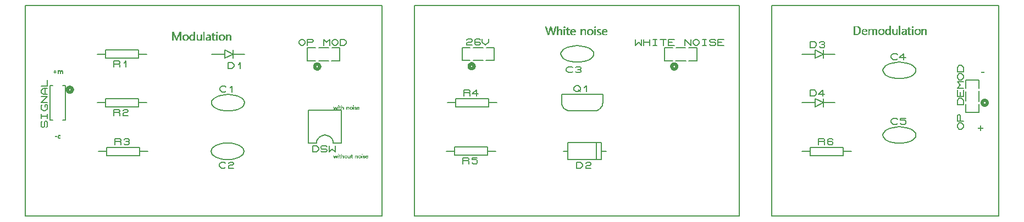
<source format=gbr>
G04 PROTEUS GERBER X2 FILE*
%TF.GenerationSoftware,Labcenter,Proteus,8.11-SP0-Build30052*%
%TF.CreationDate,2022-05-23T09:32:02+00:00*%
%TF.FileFunction,Legend,Top*%
%TF.FilePolarity,Positive*%
%TF.Part,Single*%
%TF.SameCoordinates,{dbbd143d-ed61-4da2-b447-6c1ffff0ded6}*%
%FSLAX45Y45*%
%MOMM*%
G01*
%TA.AperFunction,Material*%
%ADD18C,0.508000*%
%ADD19C,0.152400*%
%ADD70C,0.203200*%
%ADD71C,0.063500*%
%TD.AperFunction*%
D18*
X-9271400Y+8450000D02*
X-9271531Y+8453158D01*
X-9272597Y+8459476D01*
X-9274828Y+8465794D01*
X-9278473Y+8472112D01*
X-9284048Y+8478351D01*
X-9290366Y+8482947D01*
X-9296684Y+8485880D01*
X-9303002Y+8487542D01*
X-9309320Y+8488100D01*
X-9309500Y+8488100D01*
X-9347600Y+8450000D02*
X-9347469Y+8453158D01*
X-9346403Y+8459476D01*
X-9344172Y+8465794D01*
X-9340527Y+8472112D01*
X-9334952Y+8478351D01*
X-9328634Y+8482947D01*
X-9322316Y+8485880D01*
X-9315998Y+8487542D01*
X-9309680Y+8488100D01*
X-9309500Y+8488100D01*
X-9347600Y+8450000D02*
X-9347469Y+8446842D01*
X-9346403Y+8440524D01*
X-9344172Y+8434206D01*
X-9340527Y+8427888D01*
X-9334952Y+8421649D01*
X-9328634Y+8417053D01*
X-9322316Y+8414120D01*
X-9315998Y+8412458D01*
X-9309680Y+8411900D01*
X-9309500Y+8411900D01*
X-9271400Y+8450000D02*
X-9271531Y+8446842D01*
X-9272597Y+8440524D01*
X-9274828Y+8434206D01*
X-9278473Y+8427888D01*
X-9284048Y+8421649D01*
X-9290366Y+8417053D01*
X-9296684Y+8414120D01*
X-9303002Y+8412458D01*
X-9309320Y+8411900D01*
X-9309500Y+8411900D01*
D19*
X-9380620Y+7980150D02*
X-9380620Y+8519850D01*
X-9424135Y+8519850D01*
X-9619380Y+8519850D02*
X-9619380Y+7980150D01*
X-9575865Y+7980150D01*
X-9424135Y+7980150D02*
X-9380620Y+7980150D01*
X-9575865Y+8519850D02*
X-9619380Y+8519850D01*
D70*
X-9672720Y+7869000D02*
X-9657480Y+7884875D01*
X-9657480Y+7948375D01*
X-9672720Y+7964250D01*
X-9687960Y+7964250D01*
X-9703200Y+7948375D01*
X-9703200Y+7884875D01*
X-9718440Y+7869000D01*
X-9733680Y+7869000D01*
X-9748920Y+7884875D01*
X-9748920Y+7948375D01*
X-9733680Y+7964250D01*
X-9748920Y+8011875D02*
X-9748920Y+8075375D01*
X-9748920Y+8043625D02*
X-9657480Y+8043625D01*
X-9657480Y+8011875D02*
X-9657480Y+8075375D01*
X-9687960Y+8186500D02*
X-9687960Y+8218250D01*
X-9657480Y+8218250D01*
X-9657480Y+8154750D01*
X-9687960Y+8123000D01*
X-9718440Y+8123000D01*
X-9748920Y+8154750D01*
X-9748920Y+8202375D01*
X-9733680Y+8218250D01*
X-9657480Y+8250000D02*
X-9748920Y+8250000D01*
X-9657480Y+8345250D01*
X-9748920Y+8345250D01*
X-9657480Y+8377000D02*
X-9718440Y+8377000D01*
X-9748920Y+8408750D01*
X-9748920Y+8440500D01*
X-9718440Y+8472250D01*
X-9657480Y+8472250D01*
X-9687960Y+8377000D02*
X-9687960Y+8472250D01*
X-9748920Y+8504000D02*
X-9657480Y+8504000D01*
X-9657480Y+8599250D01*
X-6919800Y+9063500D02*
X-6919800Y+8936500D01*
X-6919800Y+9063500D02*
X-6792800Y+9000000D01*
X-6919800Y+8936500D02*
X-6792800Y+9000000D01*
X-6792800Y+9063500D02*
X-6792800Y+8936500D01*
X-7123000Y+9000000D02*
X-6919800Y+9000000D01*
X-6792800Y+9000000D02*
X-6615000Y+9000000D01*
X-6872527Y+8778877D02*
X-6872527Y+8870317D01*
X-6809027Y+8870317D01*
X-6777277Y+8839837D01*
X-6777277Y+8809357D01*
X-6809027Y+8778877D01*
X-6872527Y+8778877D01*
X-6713777Y+8839837D02*
X-6682027Y+8870317D01*
X-6682027Y+8778877D01*
X-7127000Y+8250000D02*
X-7121920Y+8275876D01*
X-7107315Y+8299848D01*
X-7084138Y+8321438D01*
X-7053340Y+8340170D01*
X-7015875Y+8355569D01*
X-6972695Y+8367158D01*
X-6924752Y+8374460D01*
X-6873000Y+8377000D01*
X-6619000Y+8250000D02*
X-6624080Y+8275876D01*
X-6638685Y+8299848D01*
X-6661862Y+8321438D01*
X-6692660Y+8340170D01*
X-6730125Y+8355569D01*
X-6773305Y+8367158D01*
X-6821248Y+8374460D01*
X-6873000Y+8377000D01*
X-7127000Y+8250000D02*
X-7121920Y+8224124D01*
X-7107315Y+8200152D01*
X-7084138Y+8178562D01*
X-7053340Y+8159830D01*
X-7015875Y+8144431D01*
X-6972695Y+8132842D01*
X-6924752Y+8125540D01*
X-6873000Y+8123000D01*
X-6619000Y+8250000D02*
X-6624080Y+8224124D01*
X-6638685Y+8200152D01*
X-6661862Y+8178562D01*
X-6692660Y+8159830D01*
X-6730125Y+8144431D01*
X-6773305Y+8132842D01*
X-6821248Y+8125540D01*
X-6873000Y+8123000D01*
X-6904750Y+8432880D02*
X-6920625Y+8417640D01*
X-6968250Y+8417640D01*
X-7000000Y+8448120D01*
X-7000000Y+8478600D01*
X-6968250Y+8509080D01*
X-6920625Y+8509080D01*
X-6904750Y+8493840D01*
X-6841250Y+8478600D02*
X-6809500Y+8509080D01*
X-6809500Y+8417640D01*
X-8127000Y+9000000D02*
X-8254000Y+9000000D01*
X-8762000Y+8936500D02*
X-8254000Y+8936500D01*
X-8254000Y+9063500D01*
X-8762000Y+9063500D01*
X-8762000Y+8936500D01*
X-8762000Y+9000000D02*
X-8889000Y+9000000D01*
X-8635000Y+8804420D02*
X-8635000Y+8895860D01*
X-8555625Y+8895860D01*
X-8539750Y+8880620D01*
X-8539750Y+8865380D01*
X-8555625Y+8850140D01*
X-8635000Y+8850140D01*
X-8555625Y+8850140D02*
X-8539750Y+8834900D01*
X-8539750Y+8804420D01*
X-8476250Y+8865380D02*
X-8444500Y+8895860D01*
X-8444500Y+8804420D01*
X-8127000Y+8250000D02*
X-8254000Y+8250000D01*
X-8762000Y+8186500D02*
X-8254000Y+8186500D01*
X-8254000Y+8313500D01*
X-8762000Y+8313500D01*
X-8762000Y+8186500D01*
X-8762000Y+8250000D02*
X-8889000Y+8250000D01*
X-8635000Y+8054420D02*
X-8635000Y+8145860D01*
X-8555625Y+8145860D01*
X-8539750Y+8130620D01*
X-8539750Y+8115380D01*
X-8555625Y+8100140D01*
X-8635000Y+8100140D01*
X-8555625Y+8100140D02*
X-8539750Y+8084900D01*
X-8539750Y+8054420D01*
X-8492125Y+8130620D02*
X-8476250Y+8145860D01*
X-8428625Y+8145860D01*
X-8412750Y+8130620D01*
X-8412750Y+8115380D01*
X-8428625Y+8100140D01*
X-8476250Y+8100140D01*
X-8492125Y+8084900D01*
X-8492125Y+8054420D01*
X-8412750Y+8054420D01*
X-8873000Y+7500000D02*
X-8746000Y+7500000D01*
X-8746000Y+7436500D02*
X-8238000Y+7436500D01*
X-8238000Y+7563500D01*
X-8746000Y+7563500D01*
X-8746000Y+7436500D01*
X-8238000Y+7500000D02*
X-8111000Y+7500000D01*
X-8619000Y+7604140D02*
X-8619000Y+7695580D01*
X-8539625Y+7695580D01*
X-8523750Y+7680340D01*
X-8523750Y+7665100D01*
X-8539625Y+7649860D01*
X-8619000Y+7649860D01*
X-8539625Y+7649860D02*
X-8523750Y+7634620D01*
X-8523750Y+7604140D01*
X-8476125Y+7680340D02*
X-8460250Y+7695580D01*
X-8412625Y+7695580D01*
X-8396750Y+7680340D01*
X-8396750Y+7665100D01*
X-8412625Y+7649860D01*
X-8396750Y+7634620D01*
X-8396750Y+7619380D01*
X-8412625Y+7604140D01*
X-8460250Y+7604140D01*
X-8476125Y+7619380D01*
X-8444375Y+7649860D02*
X-8412625Y+7649860D01*
X-6627000Y+7500000D02*
X-6632080Y+7474124D01*
X-6646685Y+7450152D01*
X-6669862Y+7428562D01*
X-6700660Y+7409830D01*
X-6738125Y+7394431D01*
X-6781305Y+7382842D01*
X-6829248Y+7375540D01*
X-6881000Y+7373000D01*
X-7135000Y+7500000D02*
X-7129920Y+7474124D01*
X-7115315Y+7450152D01*
X-7092138Y+7428562D01*
X-7061340Y+7409830D01*
X-7023875Y+7394431D01*
X-6980695Y+7382842D01*
X-6932752Y+7375540D01*
X-6881000Y+7373000D01*
X-6627000Y+7500000D02*
X-6632080Y+7525876D01*
X-6646685Y+7549848D01*
X-6669862Y+7571438D01*
X-6700660Y+7590170D01*
X-6738125Y+7605569D01*
X-6781305Y+7617158D01*
X-6829248Y+7624460D01*
X-6881000Y+7627000D01*
X-7135000Y+7500000D02*
X-7129920Y+7525876D01*
X-7115315Y+7549848D01*
X-7092138Y+7571438D01*
X-7061340Y+7590170D01*
X-7023875Y+7605569D01*
X-6980695Y+7617158D01*
X-6932752Y+7624460D01*
X-6881000Y+7627000D01*
X-6912750Y+7256160D02*
X-6928625Y+7240920D01*
X-6976250Y+7240920D01*
X-7008000Y+7271400D01*
X-7008000Y+7301880D01*
X-6976250Y+7332360D01*
X-6928625Y+7332360D01*
X-6912750Y+7317120D01*
X-6865125Y+7317120D02*
X-6849250Y+7332360D01*
X-6801625Y+7332360D01*
X-6785750Y+7317120D01*
X-6785750Y+7301880D01*
X-6801625Y+7286640D01*
X-6849250Y+7286640D01*
X-6865125Y+7271400D01*
X-6865125Y+7240920D01*
X-6785750Y+7240920D01*
D18*
X-5461900Y+8809500D02*
X-5462031Y+8812658D01*
X-5463097Y+8818976D01*
X-5465328Y+8825294D01*
X-5468973Y+8831612D01*
X-5474548Y+8837851D01*
X-5480866Y+8842447D01*
X-5487184Y+8845380D01*
X-5493502Y+8847042D01*
X-5499820Y+8847600D01*
X-5500000Y+8847600D01*
X-5538100Y+8809500D02*
X-5537969Y+8812658D01*
X-5536903Y+8818976D01*
X-5534672Y+8825294D01*
X-5531027Y+8831612D01*
X-5525452Y+8837851D01*
X-5519134Y+8842447D01*
X-5512816Y+8845380D01*
X-5506498Y+8847042D01*
X-5500180Y+8847600D01*
X-5500000Y+8847600D01*
X-5538100Y+8809500D02*
X-5537969Y+8806342D01*
X-5536903Y+8800024D01*
X-5534672Y+8793706D01*
X-5531027Y+8787388D01*
X-5525452Y+8781149D01*
X-5519134Y+8776553D01*
X-5512816Y+8773620D01*
X-5506498Y+8771958D01*
X-5500180Y+8771400D01*
X-5500000Y+8771400D01*
X-5461900Y+8809500D02*
X-5462031Y+8806342D01*
X-5463097Y+8800024D01*
X-5465328Y+8793706D01*
X-5468973Y+8787388D01*
X-5474548Y+8781149D01*
X-5480866Y+8776553D01*
X-5487184Y+8773620D01*
X-5493502Y+8771958D01*
X-5499820Y+8771400D01*
X-5500000Y+8771400D01*
D19*
X-5648920Y+8899340D02*
X-5522407Y+8899340D01*
X-5151080Y+8899340D02*
X-5151080Y+9100000D01*
X-5274809Y+9100000D01*
X-5648920Y+9100000D02*
X-5648920Y+8899340D01*
X-5277593Y+8899340D02*
X-5151080Y+8899340D01*
X-5325191Y+9100000D02*
X-5474809Y+9100000D01*
X-5525191Y+9100000D02*
X-5648920Y+9100000D01*
X-5477593Y+8899340D02*
X-5322407Y+8899340D01*
D70*
X-5781000Y+9199060D02*
X-5749250Y+9229540D01*
X-5717500Y+9229540D01*
X-5685750Y+9199060D01*
X-5685750Y+9168580D01*
X-5717500Y+9138100D01*
X-5749250Y+9138100D01*
X-5781000Y+9168580D01*
X-5781000Y+9199060D01*
X-5654000Y+9138100D02*
X-5654000Y+9229540D01*
X-5574625Y+9229540D01*
X-5558750Y+9214300D01*
X-5558750Y+9199060D01*
X-5574625Y+9183820D01*
X-5654000Y+9183820D01*
X-5400000Y+9138100D02*
X-5400000Y+9229540D01*
X-5352375Y+9183820D01*
X-5304750Y+9229540D01*
X-5304750Y+9138100D01*
X-5273000Y+9199060D02*
X-5241250Y+9229540D01*
X-5209500Y+9229540D01*
X-5177750Y+9199060D01*
X-5177750Y+9168580D01*
X-5209500Y+9138100D01*
X-5241250Y+9138100D01*
X-5273000Y+9168580D01*
X-5273000Y+9199060D01*
X-5146000Y+9138100D02*
X-5146000Y+9229540D01*
X-5082500Y+9229540D01*
X-5050750Y+9199060D01*
X-5050750Y+9168580D01*
X-5082500Y+9138100D01*
X-5146000Y+9138100D01*
X-5508000Y+7623000D02*
X-5635000Y+7623000D01*
X-5635000Y+8131000D01*
X-5127000Y+8131000D01*
X-5127000Y+7623000D01*
X-5254000Y+7623000D01*
X-5381000Y+7750000D02*
X-5406876Y+7747564D01*
X-5430848Y+7740515D01*
X-5452438Y+7729238D01*
X-5471170Y+7714122D01*
X-5486569Y+7695554D01*
X-5498158Y+7673919D01*
X-5505460Y+7649606D01*
X-5508000Y+7623000D01*
X-5381000Y+7750000D02*
X-5354394Y+7747564D01*
X-5330081Y+7740515D01*
X-5308446Y+7729238D01*
X-5289878Y+7714122D01*
X-5274762Y+7695554D01*
X-5263485Y+7673919D01*
X-5256436Y+7649606D01*
X-5254000Y+7623000D01*
X-5571500Y+7490920D02*
X-5571500Y+7582360D01*
X-5508000Y+7582360D01*
X-5476250Y+7551880D01*
X-5476250Y+7521400D01*
X-5508000Y+7490920D01*
X-5571500Y+7490920D01*
X-5444500Y+7506160D02*
X-5428625Y+7490920D01*
X-5365125Y+7490920D01*
X-5349250Y+7506160D01*
X-5349250Y+7521400D01*
X-5365125Y+7536640D01*
X-5428625Y+7536640D01*
X-5444500Y+7551880D01*
X-5444500Y+7567120D01*
X-5428625Y+7582360D01*
X-5365125Y+7582360D01*
X-5349250Y+7567120D01*
X-5317500Y+7582360D02*
X-5317500Y+7490920D01*
X-5269875Y+7536640D01*
X-5222250Y+7490920D01*
X-5222250Y+7582360D01*
D18*
X-3082229Y+8813223D02*
X-3082360Y+8816381D01*
X-3083426Y+8822699D01*
X-3085657Y+8829017D01*
X-3089302Y+8835335D01*
X-3094877Y+8841574D01*
X-3101195Y+8846170D01*
X-3107513Y+8849103D01*
X-3113831Y+8850765D01*
X-3120149Y+8851323D01*
X-3120329Y+8851323D01*
X-3158429Y+8813223D02*
X-3158298Y+8816381D01*
X-3157232Y+8822699D01*
X-3155001Y+8829017D01*
X-3151356Y+8835335D01*
X-3145781Y+8841574D01*
X-3139463Y+8846170D01*
X-3133145Y+8849103D01*
X-3126827Y+8850765D01*
X-3120509Y+8851323D01*
X-3120329Y+8851323D01*
X-3158429Y+8813223D02*
X-3158298Y+8810065D01*
X-3157232Y+8803747D01*
X-3155001Y+8797429D01*
X-3151356Y+8791111D01*
X-3145781Y+8784872D01*
X-3139463Y+8780276D01*
X-3133145Y+8777343D01*
X-3126827Y+8775681D01*
X-3120509Y+8775123D01*
X-3120329Y+8775123D01*
X-3082229Y+8813223D02*
X-3082360Y+8810065D01*
X-3083426Y+8803747D01*
X-3085657Y+8797429D01*
X-3089302Y+8791111D01*
X-3094877Y+8784872D01*
X-3101195Y+8780276D01*
X-3107513Y+8777343D01*
X-3113831Y+8775681D01*
X-3120149Y+8775123D01*
X-3120329Y+8775123D01*
D19*
X-3269249Y+8903063D02*
X-3142736Y+8903063D01*
X-2771409Y+8903063D02*
X-2771409Y+9103723D01*
X-2895138Y+9103723D01*
X-3269249Y+9103723D02*
X-3269249Y+8903063D01*
X-2897922Y+8903063D02*
X-2771409Y+8903063D01*
X-2945520Y+9103723D02*
X-3095138Y+9103723D01*
X-3145520Y+9103723D02*
X-3269249Y+9103723D01*
X-3097922Y+8903063D02*
X-2942736Y+8903063D01*
D70*
X-3194954Y+9218023D02*
X-3179079Y+9233263D01*
X-3131454Y+9233263D01*
X-3115579Y+9218023D01*
X-3115579Y+9202783D01*
X-3131454Y+9187543D01*
X-3179079Y+9187543D01*
X-3194954Y+9172303D01*
X-3194954Y+9141823D01*
X-3115579Y+9141823D01*
X-2988579Y+9218023D02*
X-3004454Y+9233263D01*
X-3052079Y+9233263D01*
X-3067954Y+9218023D01*
X-3067954Y+9157063D01*
X-3052079Y+9141823D01*
X-3004454Y+9141823D01*
X-2988579Y+9157063D01*
X-2988579Y+9172303D01*
X-3004454Y+9187543D01*
X-3067954Y+9187543D01*
X-2956829Y+9233263D02*
X-2956829Y+9187543D01*
X-2909204Y+9141823D01*
X-2861579Y+9187543D01*
X-2861579Y+9233263D01*
X-3493329Y+8253723D02*
X-3366329Y+8253723D01*
X-3366329Y+8190223D02*
X-2858329Y+8190223D01*
X-2858329Y+8317223D01*
X-3366329Y+8317223D01*
X-3366329Y+8190223D01*
X-2858329Y+8253723D02*
X-2731329Y+8253723D01*
X-3239329Y+8357863D02*
X-3239329Y+8449303D01*
X-3159954Y+8449303D01*
X-3144079Y+8434063D01*
X-3144079Y+8418823D01*
X-3159954Y+8403583D01*
X-3239329Y+8403583D01*
X-3159954Y+8403583D02*
X-3144079Y+8388343D01*
X-3144079Y+8357863D01*
X-3017079Y+8388343D02*
X-3112329Y+8388343D01*
X-3048829Y+8449303D01*
X-3048829Y+8357863D01*
X-2747329Y+7503723D02*
X-2874329Y+7503723D01*
X-3382329Y+7440223D02*
X-2874329Y+7440223D01*
X-2874329Y+7567223D01*
X-3382329Y+7567223D01*
X-3382329Y+7440223D01*
X-3382329Y+7503723D02*
X-3509329Y+7503723D01*
X-3255329Y+7308143D02*
X-3255329Y+7399583D01*
X-3175954Y+7399583D01*
X-3160079Y+7384343D01*
X-3160079Y+7369103D01*
X-3175954Y+7353863D01*
X-3255329Y+7353863D01*
X-3175954Y+7353863D02*
X-3160079Y+7338623D01*
X-3160079Y+7308143D01*
X-3033079Y+7399583D02*
X-3112454Y+7399583D01*
X-3112454Y+7369103D01*
X-3048954Y+7369103D01*
X-3033079Y+7353863D01*
X-3033079Y+7323383D01*
X-3048954Y+7308143D01*
X-3096579Y+7308143D01*
X-3112454Y+7323383D01*
X-1747329Y+9003723D02*
X-1742249Y+9029599D01*
X-1727644Y+9053570D01*
X-1704466Y+9075160D01*
X-1673669Y+9093893D01*
X-1636204Y+9109292D01*
X-1593024Y+9120880D01*
X-1545082Y+9128183D01*
X-1493329Y+9130723D01*
X-1239329Y+9003723D02*
X-1244409Y+9029599D01*
X-1259014Y+9053570D01*
X-1282192Y+9075160D01*
X-1312989Y+9093893D01*
X-1350454Y+9109292D01*
X-1393634Y+9120880D01*
X-1441576Y+9128183D01*
X-1493329Y+9130723D01*
X-1747329Y+9003723D02*
X-1742249Y+8977847D01*
X-1727644Y+8953876D01*
X-1704466Y+8932286D01*
X-1673669Y+8913553D01*
X-1636204Y+8898154D01*
X-1593024Y+8886566D01*
X-1545082Y+8879263D01*
X-1493329Y+8876723D01*
X-1239329Y+9003723D02*
X-1244409Y+8977847D01*
X-1259014Y+8953876D01*
X-1282192Y+8932286D01*
X-1312989Y+8913553D01*
X-1350454Y+8898154D01*
X-1393634Y+8886566D01*
X-1441576Y+8879263D01*
X-1493329Y+8876723D01*
X-1566070Y+8730663D02*
X-1581945Y+8715423D01*
X-1629570Y+8715423D01*
X-1661320Y+8745903D01*
X-1661320Y+8776383D01*
X-1629570Y+8806863D01*
X-1581945Y+8806863D01*
X-1566070Y+8791623D01*
X-1518445Y+8791623D02*
X-1502570Y+8806863D01*
X-1454945Y+8806863D01*
X-1439070Y+8791623D01*
X-1439070Y+8776383D01*
X-1454945Y+8761143D01*
X-1439070Y+8745903D01*
X-1439070Y+8730663D01*
X-1454945Y+8715423D01*
X-1502570Y+8715423D01*
X-1518445Y+8730663D01*
X-1486695Y+8761143D02*
X-1454945Y+8761143D01*
X-1734629Y+8380723D02*
X-1099629Y+8380723D01*
X-1734629Y+8380723D02*
X-1734629Y+8253723D01*
X-1732102Y+8227755D01*
X-1724831Y+8203741D01*
X-1713281Y+8182146D01*
X-1697918Y+8163434D01*
X-1679206Y+8148070D01*
X-1657610Y+8136521D01*
X-1633596Y+8129250D01*
X-1607629Y+8126723D01*
X-1099629Y+8253723D02*
X-1102156Y+8227755D01*
X-1109427Y+8203741D01*
X-1120977Y+8182146D01*
X-1136340Y+8163434D01*
X-1155052Y+8148070D01*
X-1176647Y+8136521D01*
X-1200661Y+8129250D01*
X-1226629Y+8126723D01*
X-1099629Y+8380723D02*
X-1099629Y+8253723D01*
X-1226629Y+8126723D02*
X-1607629Y+8126723D01*
X-1544129Y+8482323D02*
X-1512379Y+8512803D01*
X-1480629Y+8512803D01*
X-1448879Y+8482323D01*
X-1448879Y+8451843D01*
X-1480629Y+8421363D01*
X-1512379Y+8421363D01*
X-1544129Y+8451843D01*
X-1544129Y+8482323D01*
X-1480629Y+8451843D02*
X-1448879Y+8421363D01*
X-1385379Y+8482323D02*
X-1353629Y+8512803D01*
X-1353629Y+8421363D01*
X-1637409Y+7369103D02*
X-1119249Y+7369103D01*
X-1119249Y+7635803D01*
X-1637409Y+7635803D01*
X-1637409Y+7369103D01*
X-1200529Y+7371643D02*
X-1200529Y+7633263D01*
X-1048129Y+7503723D02*
X-1119249Y+7503723D01*
X-1637409Y+7503723D02*
X-1708529Y+7503723D01*
X-1505329Y+7237023D02*
X-1505329Y+7328463D01*
X-1441829Y+7328463D01*
X-1410079Y+7297983D01*
X-1410079Y+7267503D01*
X-1441829Y+7237023D01*
X-1505329Y+7237023D01*
X-1362454Y+7313223D02*
X-1346579Y+7328463D01*
X-1298954Y+7328463D01*
X-1283079Y+7313223D01*
X-1283079Y+7297983D01*
X-1298954Y+7282743D01*
X-1346579Y+7282743D01*
X-1362454Y+7267503D01*
X-1362454Y+7237023D01*
X-1283079Y+7237023D01*
D18*
X+38100Y+8809500D02*
X+37969Y+8812658D01*
X+36903Y+8818976D01*
X+34672Y+8825294D01*
X+31027Y+8831612D01*
X+25452Y+8837851D01*
X+19134Y+8842447D01*
X+12816Y+8845380D01*
X+6498Y+8847042D01*
X+180Y+8847600D01*
X+0Y+8847600D01*
X-38100Y+8809500D02*
X-37969Y+8812658D01*
X-36903Y+8818976D01*
X-34672Y+8825294D01*
X-31027Y+8831612D01*
X-25452Y+8837851D01*
X-19134Y+8842447D01*
X-12816Y+8845380D01*
X-6498Y+8847042D01*
X-180Y+8847600D01*
X+0Y+8847600D01*
X-38100Y+8809500D02*
X-37969Y+8806342D01*
X-36903Y+8800024D01*
X-34672Y+8793706D01*
X-31027Y+8787388D01*
X-25452Y+8781149D01*
X-19134Y+8776553D01*
X-12816Y+8773620D01*
X-6498Y+8771958D01*
X-180Y+8771400D01*
X+0Y+8771400D01*
X+38100Y+8809500D02*
X+37969Y+8806342D01*
X+36903Y+8800024D01*
X+34672Y+8793706D01*
X+31027Y+8787388D01*
X+25452Y+8781149D01*
X+19134Y+8776553D01*
X+12816Y+8773620D01*
X+6498Y+8771958D01*
X+180Y+8771400D01*
X+0Y+8771400D01*
D19*
X-148920Y+8899340D02*
X-22407Y+8899340D01*
X+348920Y+8899340D02*
X+348920Y+9100000D01*
X+225191Y+9100000D01*
X-148920Y+9100000D02*
X-148920Y+8899340D01*
X+222407Y+8899340D02*
X+348920Y+8899340D01*
X+174809Y+9100000D02*
X+25191Y+9100000D01*
X-25191Y+9100000D02*
X-148920Y+9100000D01*
X+22407Y+8899340D02*
X+177593Y+8899340D01*
D70*
X-598500Y+9229540D02*
X-598500Y+9138100D01*
X-550875Y+9183820D01*
X-503250Y+9138100D01*
X-503250Y+9229540D01*
X-471500Y+9138100D02*
X-471500Y+9229540D01*
X-376250Y+9229540D02*
X-376250Y+9138100D01*
X-471500Y+9183820D02*
X-376250Y+9183820D01*
X-328625Y+9229540D02*
X-265125Y+9229540D01*
X-296875Y+9229540D02*
X-296875Y+9138100D01*
X-328625Y+9138100D02*
X-265125Y+9138100D01*
X-217500Y+9229540D02*
X-122250Y+9229540D01*
X-169875Y+9229540D02*
X-169875Y+9138100D01*
X+4750Y+9138100D02*
X-90500Y+9138100D01*
X-90500Y+9229540D01*
X+4750Y+9229540D01*
X-90500Y+9183820D02*
X-27000Y+9183820D01*
X+163500Y+9138100D02*
X+163500Y+9229540D01*
X+258750Y+9138100D01*
X+258750Y+9229540D01*
X+290500Y+9199060D02*
X+322250Y+9229540D01*
X+354000Y+9229540D01*
X+385750Y+9199060D01*
X+385750Y+9168580D01*
X+354000Y+9138100D01*
X+322250Y+9138100D01*
X+290500Y+9168580D01*
X+290500Y+9199060D01*
X+433375Y+9229540D02*
X+496875Y+9229540D01*
X+465125Y+9229540D02*
X+465125Y+9138100D01*
X+433375Y+9138100D02*
X+496875Y+9138100D01*
X+544500Y+9153340D02*
X+560375Y+9138100D01*
X+623875Y+9138100D01*
X+639750Y+9153340D01*
X+639750Y+9168580D01*
X+623875Y+9183820D01*
X+560375Y+9183820D01*
X+544500Y+9199060D01*
X+544500Y+9214300D01*
X+560375Y+9229540D01*
X+623875Y+9229540D01*
X+639750Y+9214300D01*
X+766750Y+9138100D02*
X+671500Y+9138100D01*
X+671500Y+9229540D01*
X+766750Y+9229540D01*
X+671500Y+9183820D02*
X+735000Y+9183820D01*
X+2172054Y+9063500D02*
X+2172054Y+8936500D01*
X+2172054Y+9063500D02*
X+2299054Y+9000000D01*
X+2172054Y+8936500D02*
X+2299054Y+9000000D01*
X+2299054Y+9063500D02*
X+2299054Y+8936500D01*
X+1968854Y+9000000D02*
X+2172054Y+9000000D01*
X+2299054Y+9000000D02*
X+2476854Y+9000000D01*
X+2095854Y+9104140D02*
X+2095854Y+9195580D01*
X+2159354Y+9195580D01*
X+2191104Y+9165100D01*
X+2191104Y+9134620D01*
X+2159354Y+9104140D01*
X+2095854Y+9104140D01*
X+2238729Y+9180340D02*
X+2254604Y+9195580D01*
X+2302229Y+9195580D01*
X+2318104Y+9180340D01*
X+2318104Y+9165100D01*
X+2302229Y+9149860D01*
X+2318104Y+9134620D01*
X+2318104Y+9119380D01*
X+2302229Y+9104140D01*
X+2254604Y+9104140D01*
X+2238729Y+9119380D01*
X+2270479Y+9149860D02*
X+2302229Y+9149860D01*
X+2172054Y+8313500D02*
X+2172054Y+8186500D01*
X+2172054Y+8313500D02*
X+2299054Y+8250000D01*
X+2172054Y+8186500D02*
X+2299054Y+8250000D01*
X+2299054Y+8313500D02*
X+2299054Y+8186500D01*
X+1968854Y+8250000D02*
X+2172054Y+8250000D01*
X+2299054Y+8250000D02*
X+2476854Y+8250000D01*
X+2095854Y+8354140D02*
X+2095854Y+8445580D01*
X+2159354Y+8445580D01*
X+2191104Y+8415100D01*
X+2191104Y+8384620D01*
X+2159354Y+8354140D01*
X+2095854Y+8354140D01*
X+2318104Y+8384620D02*
X+2222854Y+8384620D01*
X+2286354Y+8445580D01*
X+2286354Y+8354140D01*
X+1968854Y+7500000D02*
X+2095854Y+7500000D01*
X+2095854Y+7436500D02*
X+2603854Y+7436500D01*
X+2603854Y+7563500D01*
X+2095854Y+7563500D01*
X+2095854Y+7436500D01*
X+2603854Y+7500000D02*
X+2730854Y+7500000D01*
X+2222854Y+7604140D02*
X+2222854Y+7695580D01*
X+2302229Y+7695580D01*
X+2318104Y+7680340D01*
X+2318104Y+7665100D01*
X+2302229Y+7649860D01*
X+2222854Y+7649860D01*
X+2302229Y+7649860D02*
X+2318104Y+7634620D01*
X+2318104Y+7604140D01*
X+2445104Y+7680340D02*
X+2429229Y+7695580D01*
X+2381604Y+7695580D01*
X+2365729Y+7680340D01*
X+2365729Y+7619380D01*
X+2381604Y+7604140D01*
X+2429229Y+7604140D01*
X+2445104Y+7619380D01*
X+2445104Y+7634620D01*
X+2429229Y+7649860D01*
X+2365729Y+7649860D01*
X+3214854Y+8750000D02*
X+3219934Y+8775876D01*
X+3234539Y+8799848D01*
X+3257716Y+8821438D01*
X+3288514Y+8840170D01*
X+3325979Y+8855569D01*
X+3369159Y+8867158D01*
X+3417102Y+8874460D01*
X+3468854Y+8877000D01*
X+3722854Y+8750000D02*
X+3717774Y+8775876D01*
X+3703169Y+8799848D01*
X+3679992Y+8821438D01*
X+3649194Y+8840170D01*
X+3611729Y+8855569D01*
X+3568549Y+8867158D01*
X+3520606Y+8874460D01*
X+3468854Y+8877000D01*
X+3214854Y+8750000D02*
X+3219934Y+8724124D01*
X+3234539Y+8700152D01*
X+3257716Y+8678562D01*
X+3288514Y+8659830D01*
X+3325979Y+8644431D01*
X+3369159Y+8632842D01*
X+3417102Y+8625540D01*
X+3468854Y+8623000D01*
X+3722854Y+8750000D02*
X+3717774Y+8724124D01*
X+3703169Y+8700152D01*
X+3679992Y+8678562D01*
X+3649194Y+8659830D01*
X+3611729Y+8644431D01*
X+3568549Y+8632842D01*
X+3520606Y+8625540D01*
X+3468854Y+8623000D01*
X+3437104Y+8932880D02*
X+3421229Y+8917640D01*
X+3373604Y+8917640D01*
X+3341854Y+8948120D01*
X+3341854Y+8978600D01*
X+3373604Y+9009080D01*
X+3421229Y+9009080D01*
X+3437104Y+8993840D01*
X+3564104Y+8948120D02*
X+3468854Y+8948120D01*
X+3532354Y+9009080D01*
X+3532354Y+8917640D01*
X+3214854Y+7750000D02*
X+3219934Y+7775876D01*
X+3234539Y+7799848D01*
X+3257716Y+7821438D01*
X+3288514Y+7840170D01*
X+3325979Y+7855569D01*
X+3369159Y+7867158D01*
X+3417102Y+7874460D01*
X+3468854Y+7877000D01*
X+3722854Y+7750000D02*
X+3717774Y+7775876D01*
X+3703169Y+7799848D01*
X+3679992Y+7821438D01*
X+3649194Y+7840170D01*
X+3611729Y+7855569D01*
X+3568549Y+7867158D01*
X+3520606Y+7874460D01*
X+3468854Y+7877000D01*
X+3214854Y+7750000D02*
X+3219934Y+7724124D01*
X+3234539Y+7700152D01*
X+3257716Y+7678562D01*
X+3288514Y+7659830D01*
X+3325979Y+7644431D01*
X+3369159Y+7632842D01*
X+3417102Y+7625540D01*
X+3468854Y+7623000D01*
X+3722854Y+7750000D02*
X+3717774Y+7724124D01*
X+3703169Y+7700152D01*
X+3679992Y+7678562D01*
X+3649194Y+7659830D01*
X+3611729Y+7644431D01*
X+3568549Y+7632842D01*
X+3520606Y+7625540D01*
X+3468854Y+7623000D01*
X+3437104Y+7932880D02*
X+3421229Y+7917640D01*
X+3373604Y+7917640D01*
X+3341854Y+7948120D01*
X+3341854Y+7978600D01*
X+3373604Y+8009080D01*
X+3421229Y+8009080D01*
X+3437104Y+7993840D01*
X+3564104Y+8009080D02*
X+3484729Y+8009080D01*
X+3484729Y+7978600D01*
X+3548229Y+7978600D01*
X+3564104Y+7963360D01*
X+3564104Y+7932880D01*
X+3548229Y+7917640D01*
X+3500604Y+7917640D01*
X+3484729Y+7932880D01*
D18*
X+4820454Y+8250000D02*
X+4820323Y+8253158D01*
X+4819257Y+8259476D01*
X+4817026Y+8265794D01*
X+4813381Y+8272112D01*
X+4807806Y+8278351D01*
X+4801488Y+8282947D01*
X+4795170Y+8285880D01*
X+4788852Y+8287542D01*
X+4782534Y+8288100D01*
X+4782354Y+8288100D01*
X+4744254Y+8250000D02*
X+4744385Y+8253158D01*
X+4745451Y+8259476D01*
X+4747682Y+8265794D01*
X+4751327Y+8272112D01*
X+4756902Y+8278351D01*
X+4763220Y+8282947D01*
X+4769538Y+8285880D01*
X+4775856Y+8287542D01*
X+4782174Y+8288100D01*
X+4782354Y+8288100D01*
X+4744254Y+8250000D02*
X+4744385Y+8246842D01*
X+4745451Y+8240524D01*
X+4747682Y+8234206D01*
X+4751327Y+8227888D01*
X+4756902Y+8221649D01*
X+4763220Y+8217053D01*
X+4769538Y+8214120D01*
X+4775856Y+8212458D01*
X+4782174Y+8211900D01*
X+4782354Y+8211900D01*
X+4820454Y+8250000D02*
X+4820323Y+8246842D01*
X+4819257Y+8240524D01*
X+4817026Y+8234206D01*
X+4813381Y+8227888D01*
X+4807806Y+8221649D01*
X+4801488Y+8217053D01*
X+4795170Y+8214120D01*
X+4788852Y+8212458D01*
X+4782534Y+8211900D01*
X+4782354Y+8211900D01*
D19*
X+4692514Y+8101080D02*
X+4692514Y+8227593D01*
X+4692514Y+8598920D02*
X+4491854Y+8598920D01*
X+4491854Y+8475191D01*
X+4491854Y+8101080D02*
X+4692514Y+8101080D01*
X+4692514Y+8472407D02*
X+4692514Y+8598920D01*
X+4491854Y+8424809D02*
X+4491854Y+8275191D01*
X+4491854Y+8224809D02*
X+4491854Y+8101080D01*
X+4692514Y+8272407D02*
X+4692514Y+8427593D01*
D70*
X+4392794Y+7842000D02*
X+4362314Y+7873750D01*
X+4362314Y+7905500D01*
X+4392794Y+7937250D01*
X+4423274Y+7937250D01*
X+4453754Y+7905500D01*
X+4453754Y+7873750D01*
X+4423274Y+7842000D01*
X+4392794Y+7842000D01*
X+4453754Y+7969000D02*
X+4362314Y+7969000D01*
X+4362314Y+8048375D01*
X+4377554Y+8064250D01*
X+4392794Y+8064250D01*
X+4408034Y+8048375D01*
X+4408034Y+7969000D01*
X+4453754Y+8223000D02*
X+4362314Y+8223000D01*
X+4362314Y+8286500D01*
X+4392794Y+8318250D01*
X+4423274Y+8318250D01*
X+4453754Y+8286500D01*
X+4453754Y+8223000D01*
X+4453754Y+8445250D02*
X+4453754Y+8350000D01*
X+4362314Y+8350000D01*
X+4362314Y+8445250D01*
X+4408034Y+8350000D02*
X+4408034Y+8413500D01*
X+4453754Y+8477000D02*
X+4362314Y+8477000D01*
X+4408034Y+8524625D01*
X+4362314Y+8572250D01*
X+4453754Y+8572250D01*
X+4392794Y+8604000D02*
X+4362314Y+8635750D01*
X+4362314Y+8667500D01*
X+4392794Y+8699250D01*
X+4423274Y+8699250D01*
X+4453754Y+8667500D01*
X+4453754Y+8635750D01*
X+4423274Y+8604000D01*
X+4392794Y+8604000D01*
X+4453754Y+8731000D02*
X+4362314Y+8731000D01*
X+4362314Y+8794500D01*
X+4392794Y+8826250D01*
X+4423274Y+8826250D01*
X+4453754Y+8794500D01*
X+4453754Y+8731000D01*
X-10000000Y+6500000D02*
X-4500000Y+6500000D01*
X-4500000Y+9750000D01*
X-10000000Y+9750000D01*
X-10000000Y+6500000D01*
D71*
X-7734760Y+9216536D02*
X-7719520Y+9216536D01*
X-7673800Y+9216536D02*
X-7668720Y+9216536D01*
X-7617920Y+9216536D02*
X-7602680Y+9216536D01*
X-7546800Y+9216536D02*
X-7516320Y+9216536D01*
X-7450280Y+9216536D02*
X-7419800Y+9216536D01*
X-7404560Y+9216536D02*
X-7389320Y+9216536D01*
X-7338520Y+9216536D02*
X-7313120Y+9216536D01*
X-7297880Y+9216536D02*
X-7282640Y+9216536D01*
X-7257240Y+9216536D02*
X-7242000Y+9216536D01*
X-7201360Y+9216536D02*
X-7175960Y+9216536D01*
X-7160720Y+9216536D02*
X-7145480Y+9216536D01*
X-7104840Y+9216536D02*
X-7079440Y+9216536D01*
X-7059120Y+9216536D02*
X-7043880Y+9216536D01*
X-6988000Y+9216536D02*
X-6957520Y+9216536D01*
X-6906720Y+9216536D02*
X-6891480Y+9216536D01*
X-6845760Y+9216536D02*
X-6830520Y+9216536D01*
X-7734760Y+9221616D02*
X-7719520Y+9221616D01*
X-7678880Y+9221616D02*
X-7663640Y+9221616D01*
X-7617920Y+9221616D02*
X-7602680Y+9221616D01*
X-7556960Y+9221616D02*
X-7506160Y+9221616D01*
X-7455360Y+9221616D02*
X-7414720Y+9221616D01*
X-7404560Y+9221616D02*
X-7389320Y+9221616D01*
X-7348680Y+9221616D02*
X-7302960Y+9221616D01*
X-7297880Y+9221616D02*
X-7282640Y+9221616D01*
X-7257240Y+9221616D02*
X-7242000Y+9221616D01*
X-7211520Y+9221616D02*
X-7165800Y+9221616D01*
X-7160720Y+9221616D02*
X-7145480Y+9221616D01*
X-7109920Y+9221616D02*
X-7074360Y+9221616D01*
X-7059120Y+9221616D02*
X-7043880Y+9221616D01*
X-6998160Y+9221616D02*
X-6947360Y+9221616D01*
X-6906720Y+9221616D02*
X-6891480Y+9221616D01*
X-6845760Y+9221616D02*
X-6830520Y+9221616D01*
X-7734760Y+9226696D02*
X-7719520Y+9226696D01*
X-7678880Y+9226696D02*
X-7663640Y+9226696D01*
X-7617920Y+9226696D02*
X-7602680Y+9226696D01*
X-7567120Y+9226696D02*
X-7541720Y+9226696D01*
X-7516320Y+9226696D02*
X-7496000Y+9226696D01*
X-7460440Y+9226696D02*
X-7440120Y+9226696D01*
X-7419800Y+9226696D02*
X-7409640Y+9226696D01*
X-7404560Y+9226696D02*
X-7389320Y+9226696D01*
X-7353760Y+9226696D02*
X-7333440Y+9226696D01*
X-7313120Y+9226696D02*
X-7302960Y+9226696D01*
X-7297880Y+9226696D02*
X-7282640Y+9226696D01*
X-7257240Y+9226696D02*
X-7242000Y+9226696D01*
X-7211520Y+9226696D02*
X-7196280Y+9226696D01*
X-7175960Y+9226696D02*
X-7145480Y+9226696D01*
X-7115000Y+9226696D02*
X-7094680Y+9226696D01*
X-7079440Y+9226696D02*
X-7074360Y+9226696D01*
X-7059120Y+9226696D02*
X-7043880Y+9226696D01*
X-7008320Y+9226696D02*
X-6982920Y+9226696D01*
X-6957520Y+9226696D02*
X-6937200Y+9226696D01*
X-6906720Y+9226696D02*
X-6891480Y+9226696D01*
X-6845760Y+9226696D02*
X-6830520Y+9226696D01*
X-7734760Y+9231776D02*
X-7719520Y+9231776D01*
X-7678880Y+9231776D02*
X-7658560Y+9231776D01*
X-7617920Y+9231776D02*
X-7602680Y+9231776D01*
X-7567120Y+9231776D02*
X-7551880Y+9231776D01*
X-7511240Y+9231776D02*
X-7496000Y+9231776D01*
X-7465520Y+9231776D02*
X-7445200Y+9231776D01*
X-7414720Y+9231776D02*
X-7389320Y+9231776D01*
X-7353760Y+9231776D02*
X-7338520Y+9231776D01*
X-7302960Y+9231776D02*
X-7282640Y+9231776D01*
X-7257240Y+9231776D02*
X-7242000Y+9231776D01*
X-7216600Y+9231776D02*
X-7201360Y+9231776D01*
X-7165800Y+9231776D02*
X-7145480Y+9231776D01*
X-7115000Y+9231776D02*
X-7099760Y+9231776D01*
X-7059120Y+9231776D02*
X-7043880Y+9231776D01*
X-7008320Y+9231776D02*
X-6993080Y+9231776D01*
X-6952440Y+9231776D02*
X-6937200Y+9231776D01*
X-6906720Y+9231776D02*
X-6891480Y+9231776D01*
X-6845760Y+9231776D02*
X-6830520Y+9231776D01*
X-7734760Y+9236856D02*
X-7719520Y+9236856D01*
X-7683960Y+9236856D02*
X-7673800Y+9236856D01*
X-7668720Y+9236856D02*
X-7658560Y+9236856D01*
X-7617920Y+9236856D02*
X-7602680Y+9236856D01*
X-7572200Y+9236856D02*
X-7556960Y+9236856D01*
X-7506160Y+9236856D02*
X-7490920Y+9236856D01*
X-7465520Y+9236856D02*
X-7450280Y+9236856D01*
X-7409640Y+9236856D02*
X-7389320Y+9236856D01*
X-7358840Y+9236856D02*
X-7343600Y+9236856D01*
X-7302960Y+9236856D02*
X-7282640Y+9236856D01*
X-7257240Y+9236856D02*
X-7242000Y+9236856D01*
X-7216600Y+9236856D02*
X-7201360Y+9236856D01*
X-7165800Y+9236856D02*
X-7145480Y+9236856D01*
X-7115000Y+9236856D02*
X-7099760Y+9236856D01*
X-7059120Y+9236856D02*
X-7043880Y+9236856D01*
X-7013400Y+9236856D02*
X-6998160Y+9236856D01*
X-6947360Y+9236856D02*
X-6932120Y+9236856D01*
X-6906720Y+9236856D02*
X-6891480Y+9236856D01*
X-6845760Y+9236856D02*
X-6830520Y+9236856D01*
X-7734760Y+9241936D02*
X-7719520Y+9241936D01*
X-7683960Y+9241936D02*
X-7673800Y+9241936D01*
X-7668720Y+9241936D02*
X-7653480Y+9241936D01*
X-7617920Y+9241936D02*
X-7602680Y+9241936D01*
X-7572200Y+9241936D02*
X-7556960Y+9241936D01*
X-7506160Y+9241936D02*
X-7490920Y+9241936D01*
X-7470600Y+9241936D02*
X-7455360Y+9241936D01*
X-7404560Y+9241936D02*
X-7389320Y+9241936D01*
X-7358840Y+9241936D02*
X-7343600Y+9241936D01*
X-7297880Y+9241936D02*
X-7282640Y+9241936D01*
X-7257240Y+9241936D02*
X-7242000Y+9241936D01*
X-7216600Y+9241936D02*
X-7201360Y+9241936D01*
X-7160720Y+9241936D02*
X-7145480Y+9241936D01*
X-7115000Y+9241936D02*
X-7099760Y+9241936D01*
X-7059120Y+9241936D02*
X-7043880Y+9241936D01*
X-7013400Y+9241936D02*
X-6998160Y+9241936D01*
X-6947360Y+9241936D02*
X-6932120Y+9241936D01*
X-6906720Y+9241936D02*
X-6891480Y+9241936D01*
X-6845760Y+9241936D02*
X-6830520Y+9241936D01*
X-7734760Y+9247016D02*
X-7719520Y+9247016D01*
X-7689040Y+9247016D02*
X-7673800Y+9247016D01*
X-7668720Y+9247016D02*
X-7653480Y+9247016D01*
X-7617920Y+9247016D02*
X-7602680Y+9247016D01*
X-7577280Y+9247016D02*
X-7562040Y+9247016D01*
X-7501080Y+9247016D02*
X-7485840Y+9247016D01*
X-7470600Y+9247016D02*
X-7455360Y+9247016D01*
X-7404560Y+9247016D02*
X-7389320Y+9247016D01*
X-7358840Y+9247016D02*
X-7343600Y+9247016D01*
X-7297880Y+9247016D02*
X-7282640Y+9247016D01*
X-7257240Y+9247016D02*
X-7242000Y+9247016D01*
X-7216600Y+9247016D02*
X-7201360Y+9247016D01*
X-7160720Y+9247016D02*
X-7145480Y+9247016D01*
X-7115000Y+9247016D02*
X-7099760Y+9247016D01*
X-7059120Y+9247016D02*
X-7043880Y+9247016D01*
X-7018480Y+9247016D02*
X-7003240Y+9247016D01*
X-6942280Y+9247016D02*
X-6927040Y+9247016D01*
X-6906720Y+9247016D02*
X-6891480Y+9247016D01*
X-6845760Y+9247016D02*
X-6830520Y+9247016D01*
X-7734760Y+9252096D02*
X-7719520Y+9252096D01*
X-7689040Y+9252096D02*
X-7678880Y+9252096D01*
X-7663640Y+9252096D02*
X-7653480Y+9252096D01*
X-7617920Y+9252096D02*
X-7602680Y+9252096D01*
X-7577280Y+9252096D02*
X-7562040Y+9252096D01*
X-7501080Y+9252096D02*
X-7485840Y+9252096D01*
X-7470600Y+9252096D02*
X-7455360Y+9252096D01*
X-7404560Y+9252096D02*
X-7389320Y+9252096D01*
X-7358840Y+9252096D02*
X-7343600Y+9252096D01*
X-7297880Y+9252096D02*
X-7282640Y+9252096D01*
X-7257240Y+9252096D02*
X-7242000Y+9252096D01*
X-7211520Y+9252096D02*
X-7196280Y+9252096D01*
X-7160720Y+9252096D02*
X-7145480Y+9252096D01*
X-7115000Y+9252096D02*
X-7099760Y+9252096D01*
X-7059120Y+9252096D02*
X-7043880Y+9252096D01*
X-7018480Y+9252096D02*
X-7003240Y+9252096D01*
X-6942280Y+9252096D02*
X-6927040Y+9252096D01*
X-6906720Y+9252096D02*
X-6891480Y+9252096D01*
X-6845760Y+9252096D02*
X-6830520Y+9252096D01*
X-7734760Y+9257176D02*
X-7719520Y+9257176D01*
X-7689040Y+9257176D02*
X-7678880Y+9257176D01*
X-7663640Y+9257176D02*
X-7648400Y+9257176D01*
X-7617920Y+9257176D02*
X-7602680Y+9257176D01*
X-7577280Y+9257176D02*
X-7562040Y+9257176D01*
X-7501080Y+9257176D02*
X-7485840Y+9257176D01*
X-7470600Y+9257176D02*
X-7455360Y+9257176D01*
X-7404560Y+9257176D02*
X-7389320Y+9257176D01*
X-7358840Y+9257176D02*
X-7343600Y+9257176D01*
X-7297880Y+9257176D02*
X-7282640Y+9257176D01*
X-7257240Y+9257176D02*
X-7242000Y+9257176D01*
X-7211520Y+9257176D02*
X-7181040Y+9257176D01*
X-7160720Y+9257176D02*
X-7145480Y+9257176D01*
X-7115000Y+9257176D02*
X-7099760Y+9257176D01*
X-7059120Y+9257176D02*
X-7043880Y+9257176D01*
X-7018480Y+9257176D02*
X-7003240Y+9257176D01*
X-6942280Y+9257176D02*
X-6927040Y+9257176D01*
X-6906720Y+9257176D02*
X-6891480Y+9257176D01*
X-6845760Y+9257176D02*
X-6830520Y+9257176D01*
X-7734760Y+9262256D02*
X-7719520Y+9262256D01*
X-7694120Y+9262256D02*
X-7683960Y+9262256D01*
X-7658560Y+9262256D02*
X-7648400Y+9262256D01*
X-7617920Y+9262256D02*
X-7602680Y+9262256D01*
X-7577280Y+9262256D02*
X-7562040Y+9262256D01*
X-7501080Y+9262256D02*
X-7485840Y+9262256D01*
X-7470600Y+9262256D02*
X-7455360Y+9262256D01*
X-7404560Y+9262256D02*
X-7389320Y+9262256D01*
X-7358840Y+9262256D02*
X-7343600Y+9262256D01*
X-7297880Y+9262256D02*
X-7282640Y+9262256D01*
X-7257240Y+9262256D02*
X-7242000Y+9262256D01*
X-7201360Y+9262256D02*
X-7145480Y+9262256D01*
X-7115000Y+9262256D02*
X-7099760Y+9262256D01*
X-7059120Y+9262256D02*
X-7043880Y+9262256D01*
X-7018480Y+9262256D02*
X-7003240Y+9262256D01*
X-6942280Y+9262256D02*
X-6927040Y+9262256D01*
X-6906720Y+9262256D02*
X-6891480Y+9262256D01*
X-6845760Y+9262256D02*
X-6830520Y+9262256D01*
X-7734760Y+9267336D02*
X-7719520Y+9267336D01*
X-7694120Y+9267336D02*
X-7683960Y+9267336D01*
X-7658560Y+9267336D02*
X-7643320Y+9267336D01*
X-7617920Y+9267336D02*
X-7602680Y+9267336D01*
X-7577280Y+9267336D02*
X-7562040Y+9267336D01*
X-7501080Y+9267336D02*
X-7485840Y+9267336D01*
X-7470600Y+9267336D02*
X-7455360Y+9267336D01*
X-7404560Y+9267336D02*
X-7389320Y+9267336D01*
X-7358840Y+9267336D02*
X-7343600Y+9267336D01*
X-7297880Y+9267336D02*
X-7282640Y+9267336D01*
X-7257240Y+9267336D02*
X-7242000Y+9267336D01*
X-7181040Y+9267336D02*
X-7145480Y+9267336D01*
X-7115000Y+9267336D02*
X-7099760Y+9267336D01*
X-7059120Y+9267336D02*
X-7043880Y+9267336D01*
X-7018480Y+9267336D02*
X-7003240Y+9267336D01*
X-6942280Y+9267336D02*
X-6927040Y+9267336D01*
X-6906720Y+9267336D02*
X-6891480Y+9267336D01*
X-6845760Y+9267336D02*
X-6830520Y+9267336D01*
X-7734760Y+9272416D02*
X-7719520Y+9272416D01*
X-7699200Y+9272416D02*
X-7683960Y+9272416D01*
X-7653480Y+9272416D02*
X-7643320Y+9272416D01*
X-7617920Y+9272416D02*
X-7602680Y+9272416D01*
X-7577280Y+9272416D02*
X-7562040Y+9272416D01*
X-7501080Y+9272416D02*
X-7485840Y+9272416D01*
X-7470600Y+9272416D02*
X-7455360Y+9272416D01*
X-7404560Y+9272416D02*
X-7389320Y+9272416D01*
X-7358840Y+9272416D02*
X-7343600Y+9272416D01*
X-7297880Y+9272416D02*
X-7282640Y+9272416D01*
X-7257240Y+9272416D02*
X-7242000Y+9272416D01*
X-7160720Y+9272416D02*
X-7145480Y+9272416D01*
X-7115000Y+9272416D02*
X-7099760Y+9272416D01*
X-7059120Y+9272416D02*
X-7043880Y+9272416D01*
X-7018480Y+9272416D02*
X-7003240Y+9272416D01*
X-6942280Y+9272416D02*
X-6927040Y+9272416D01*
X-6906720Y+9272416D02*
X-6891480Y+9272416D01*
X-6845760Y+9272416D02*
X-6830520Y+9272416D01*
X-7734760Y+9277496D02*
X-7719520Y+9277496D01*
X-7699200Y+9277496D02*
X-7689040Y+9277496D01*
X-7653480Y+9277496D02*
X-7638240Y+9277496D01*
X-7617920Y+9277496D02*
X-7602680Y+9277496D01*
X-7572200Y+9277496D02*
X-7556960Y+9277496D01*
X-7506160Y+9277496D02*
X-7485840Y+9277496D01*
X-7465520Y+9277496D02*
X-7450280Y+9277496D01*
X-7404560Y+9277496D02*
X-7389320Y+9277496D01*
X-7358840Y+9277496D02*
X-7343600Y+9277496D01*
X-7297880Y+9277496D02*
X-7282640Y+9277496D01*
X-7257240Y+9277496D02*
X-7242000Y+9277496D01*
X-7160720Y+9277496D02*
X-7145480Y+9277496D01*
X-7115000Y+9277496D02*
X-7099760Y+9277496D01*
X-7059120Y+9277496D02*
X-7043880Y+9277496D01*
X-7013400Y+9277496D02*
X-6998160Y+9277496D01*
X-6947360Y+9277496D02*
X-6927040Y+9277496D01*
X-6906720Y+9277496D02*
X-6891480Y+9277496D01*
X-6845760Y+9277496D02*
X-6830520Y+9277496D01*
X-7734760Y+9282576D02*
X-7719520Y+9282576D01*
X-7704280Y+9282576D02*
X-7689040Y+9282576D01*
X-7648400Y+9282576D02*
X-7638240Y+9282576D01*
X-7617920Y+9282576D02*
X-7602680Y+9282576D01*
X-7572200Y+9282576D02*
X-7556960Y+9282576D01*
X-7506160Y+9282576D02*
X-7490920Y+9282576D01*
X-7465520Y+9282576D02*
X-7450280Y+9282576D01*
X-7409640Y+9282576D02*
X-7389320Y+9282576D01*
X-7358840Y+9282576D02*
X-7343600Y+9282576D01*
X-7297880Y+9282576D02*
X-7282640Y+9282576D01*
X-7257240Y+9282576D02*
X-7242000Y+9282576D01*
X-7160720Y+9282576D02*
X-7145480Y+9282576D01*
X-7115000Y+9282576D02*
X-7099760Y+9282576D01*
X-7059120Y+9282576D02*
X-7043880Y+9282576D01*
X-7013400Y+9282576D02*
X-6998160Y+9282576D01*
X-6947360Y+9282576D02*
X-6932120Y+9282576D01*
X-6906720Y+9282576D02*
X-6886400Y+9282576D01*
X-6845760Y+9282576D02*
X-6830520Y+9282576D01*
X-7734760Y+9287656D02*
X-7719520Y+9287656D01*
X-7704280Y+9287656D02*
X-7694120Y+9287656D01*
X-7648400Y+9287656D02*
X-7633160Y+9287656D01*
X-7617920Y+9287656D02*
X-7602680Y+9287656D01*
X-7567120Y+9287656D02*
X-7551880Y+9287656D01*
X-7511240Y+9287656D02*
X-7490920Y+9287656D01*
X-7465520Y+9287656D02*
X-7445200Y+9287656D01*
X-7409640Y+9287656D02*
X-7389320Y+9287656D01*
X-7358840Y+9287656D02*
X-7343600Y+9287656D01*
X-7297880Y+9287656D02*
X-7282640Y+9287656D01*
X-7257240Y+9287656D02*
X-7242000Y+9287656D01*
X-7165800Y+9287656D02*
X-7145480Y+9287656D01*
X-7115000Y+9287656D02*
X-7099760Y+9287656D01*
X-7059120Y+9287656D02*
X-7043880Y+9287656D01*
X-7008320Y+9287656D02*
X-6993080Y+9287656D01*
X-6952440Y+9287656D02*
X-6932120Y+9287656D01*
X-6906720Y+9287656D02*
X-6881320Y+9287656D01*
X-6850840Y+9287656D02*
X-6835600Y+9287656D01*
X-7734760Y+9292736D02*
X-7719520Y+9292736D01*
X-7704280Y+9292736D02*
X-7694120Y+9292736D01*
X-7648400Y+9292736D02*
X-7633160Y+9292736D01*
X-7617920Y+9292736D02*
X-7602680Y+9292736D01*
X-7567120Y+9292736D02*
X-7541720Y+9292736D01*
X-7516320Y+9292736D02*
X-7496000Y+9292736D01*
X-7460440Y+9292736D02*
X-7440120Y+9292736D01*
X-7419800Y+9292736D02*
X-7389320Y+9292736D01*
X-7358840Y+9292736D02*
X-7343600Y+9292736D01*
X-7297880Y+9292736D02*
X-7282640Y+9292736D01*
X-7257240Y+9292736D02*
X-7242000Y+9292736D01*
X-7206440Y+9292736D02*
X-7196280Y+9292736D01*
X-7170880Y+9292736D02*
X-7150560Y+9292736D01*
X-7115000Y+9292736D02*
X-7099760Y+9292736D01*
X-7059120Y+9292736D02*
X-7043880Y+9292736D01*
X-7008320Y+9292736D02*
X-6982920Y+9292736D01*
X-6957520Y+9292736D02*
X-6937200Y+9292736D01*
X-6906720Y+9292736D02*
X-6891480Y+9292736D01*
X-6886400Y+9292736D02*
X-6876240Y+9292736D01*
X-6855920Y+9292736D02*
X-6835600Y+9292736D01*
X-7734760Y+9297816D02*
X-7719520Y+9297816D01*
X-7709360Y+9297816D02*
X-7694120Y+9297816D01*
X-7643320Y+9297816D02*
X-7628080Y+9297816D01*
X-7617920Y+9297816D02*
X-7602680Y+9297816D01*
X-7556960Y+9297816D02*
X-7501080Y+9297816D01*
X-7455360Y+9297816D02*
X-7409640Y+9297816D01*
X-7404560Y+9297816D02*
X-7389320Y+9297816D01*
X-7358840Y+9297816D02*
X-7343600Y+9297816D01*
X-7297880Y+9297816D02*
X-7282640Y+9297816D01*
X-7257240Y+9297816D02*
X-7242000Y+9297816D01*
X-7206440Y+9297816D02*
X-7155640Y+9297816D01*
X-7130240Y+9297816D02*
X-7074360Y+9297816D01*
X-7059120Y+9297816D02*
X-7043880Y+9297816D01*
X-6998160Y+9297816D02*
X-6942280Y+9297816D01*
X-6906720Y+9297816D02*
X-6891480Y+9297816D01*
X-6881320Y+9297816D02*
X-6840680Y+9297816D01*
X-7734760Y+9302896D02*
X-7719520Y+9302896D01*
X-7709360Y+9302896D02*
X-7699200Y+9302896D01*
X-7643320Y+9302896D02*
X-7628080Y+9302896D01*
X-7617920Y+9302896D02*
X-7602680Y+9302896D01*
X-7546800Y+9302896D02*
X-7511240Y+9302896D01*
X-7445200Y+9302896D02*
X-7419800Y+9302896D01*
X-7404560Y+9302896D02*
X-7389320Y+9302896D01*
X-7358840Y+9302896D02*
X-7343600Y+9302896D01*
X-7297880Y+9302896D02*
X-7282640Y+9302896D01*
X-7257240Y+9302896D02*
X-7242000Y+9302896D01*
X-7191200Y+9302896D02*
X-7160720Y+9302896D01*
X-7130240Y+9302896D02*
X-7074360Y+9302896D01*
X-7059120Y+9302896D02*
X-7043880Y+9302896D01*
X-6988000Y+9302896D02*
X-6952440Y+9302896D01*
X-6906720Y+9302896D02*
X-6891480Y+9302896D01*
X-6876240Y+9302896D02*
X-6845760Y+9302896D01*
X-7734760Y+9307976D02*
X-7719520Y+9307976D01*
X-7714440Y+9307976D02*
X-7699200Y+9307976D01*
X-7638240Y+9307976D02*
X-7628080Y+9307976D01*
X-7617920Y+9307976D02*
X-7602680Y+9307976D01*
X-7404560Y+9307976D02*
X-7389320Y+9307976D01*
X-7257240Y+9307976D02*
X-7242000Y+9307976D01*
X-7115000Y+9307976D02*
X-7099760Y+9307976D01*
X-7734760Y+9313056D02*
X-7719520Y+9313056D01*
X-7714440Y+9313056D02*
X-7699200Y+9313056D01*
X-7638240Y+9313056D02*
X-7623000Y+9313056D01*
X-7617920Y+9313056D02*
X-7602680Y+9313056D01*
X-7404560Y+9313056D02*
X-7389320Y+9313056D01*
X-7257240Y+9313056D02*
X-7242000Y+9313056D01*
X-7115000Y+9313056D02*
X-7099760Y+9313056D01*
X-7734760Y+9318136D02*
X-7719520Y+9318136D01*
X-7714440Y+9318136D02*
X-7704280Y+9318136D01*
X-7633160Y+9318136D02*
X-7623000Y+9318136D01*
X-7617920Y+9318136D02*
X-7602680Y+9318136D01*
X-7404560Y+9318136D02*
X-7389320Y+9318136D01*
X-7257240Y+9318136D02*
X-7242000Y+9318136D01*
X-7115000Y+9318136D02*
X-7099760Y+9318136D01*
X-7734760Y+9323216D02*
X-7704280Y+9323216D01*
X-7633160Y+9323216D02*
X-7602680Y+9323216D01*
X-7404560Y+9323216D02*
X-7389320Y+9323216D01*
X-7257240Y+9323216D02*
X-7242000Y+9323216D01*
X-7115000Y+9323216D02*
X-7099760Y+9323216D01*
X-7734760Y+9328296D02*
X-7709360Y+9328296D01*
X-7633160Y+9328296D02*
X-7602680Y+9328296D01*
X-7404560Y+9328296D02*
X-7389320Y+9328296D01*
X-7257240Y+9328296D02*
X-7242000Y+9328296D01*
X-7109920Y+9328296D02*
X-7099760Y+9328296D01*
X-7054040Y+9328296D02*
X-7043880Y+9328296D01*
X-7734760Y+9333376D02*
X-7709360Y+9333376D01*
X-7628080Y+9333376D02*
X-7602680Y+9333376D01*
X-7404560Y+9333376D02*
X-7389320Y+9333376D01*
X-7257240Y+9333376D02*
X-7242000Y+9333376D01*
X-7059120Y+9333376D02*
X-7038800Y+9333376D01*
X-7734760Y+9338456D02*
X-7709360Y+9338456D01*
X-7628080Y+9338456D02*
X-7602680Y+9338456D01*
X-7404560Y+9338456D02*
X-7389320Y+9338456D01*
X-7257240Y+9338456D02*
X-7242000Y+9338456D01*
X-7059120Y+9338456D02*
X-7038800Y+9338456D01*
X-7734760Y+9343536D02*
X-7714440Y+9343536D01*
X-7623000Y+9343536D02*
X-7602680Y+9343536D01*
X-7404560Y+9343536D02*
X-7389320Y+9343536D01*
X-7257240Y+9343536D02*
X-7242000Y+9343536D01*
X-7054040Y+9343536D02*
X-7043880Y+9343536D01*
X-7404560Y+9348616D02*
X-7389320Y+9348616D01*
X-7257240Y+9348616D02*
X-7242000Y+9348616D01*
X-9497444Y+8699801D02*
X-9487284Y+8699801D01*
X-9461884Y+8699801D02*
X-9451724Y+8699801D01*
X-9431404Y+8699801D02*
X-9421244Y+8699801D01*
X-9497444Y+8704881D02*
X-9487284Y+8704881D01*
X-9461884Y+8704881D02*
X-9451724Y+8704881D01*
X-9431404Y+8704881D02*
X-9421244Y+8704881D01*
X-9548244Y+8709961D02*
X-9543164Y+8709961D01*
X-9497444Y+8709961D02*
X-9487284Y+8709961D01*
X-9461884Y+8709961D02*
X-9451724Y+8709961D01*
X-9431404Y+8709961D02*
X-9421244Y+8709961D01*
X-9548244Y+8715041D02*
X-9543164Y+8715041D01*
X-9497444Y+8715041D02*
X-9487284Y+8715041D01*
X-9461884Y+8715041D02*
X-9451724Y+8715041D01*
X-9431404Y+8715041D02*
X-9421244Y+8715041D01*
X-9548244Y+8720121D02*
X-9543164Y+8720121D01*
X-9497444Y+8720121D02*
X-9487284Y+8720121D01*
X-9461884Y+8720121D02*
X-9451724Y+8720121D01*
X-9431404Y+8720121D02*
X-9421244Y+8720121D01*
X-9548244Y+8725201D02*
X-9543164Y+8725201D01*
X-9497444Y+8725201D02*
X-9487284Y+8725201D01*
X-9461884Y+8725201D02*
X-9451724Y+8725201D01*
X-9431404Y+8725201D02*
X-9421244Y+8725201D01*
X-9568564Y+8730281D02*
X-9522844Y+8730281D01*
X-9497444Y+8730281D02*
X-9487284Y+8730281D01*
X-9461884Y+8730281D02*
X-9451724Y+8730281D01*
X-9431404Y+8730281D02*
X-9421244Y+8730281D01*
X-9548244Y+8735361D02*
X-9543164Y+8735361D01*
X-9497444Y+8735361D02*
X-9487284Y+8735361D01*
X-9461884Y+8735361D02*
X-9451724Y+8735361D01*
X-9431404Y+8735361D02*
X-9421244Y+8735361D01*
X-9548244Y+8740441D02*
X-9543164Y+8740441D01*
X-9497444Y+8740441D02*
X-9482204Y+8740441D01*
X-9466964Y+8740441D02*
X-9446644Y+8740441D01*
X-9436484Y+8740441D02*
X-9421244Y+8740441D01*
X-9548244Y+8745521D02*
X-9543164Y+8745521D01*
X-9497444Y+8745521D02*
X-9456804Y+8745521D01*
X-9451724Y+8745521D02*
X-9426324Y+8745521D01*
X-9548244Y+8750601D02*
X-9543164Y+8750601D01*
X-9497444Y+8750601D02*
X-9487284Y+8750601D01*
X-9482204Y+8750601D02*
X-9461884Y+8750601D01*
X-9446644Y+8750601D02*
X-9426324Y+8750601D01*
X-9536646Y+7725201D02*
X-9536646Y+7735361D01*
X-9531566Y+7725201D02*
X-9531566Y+7735361D01*
X-9526486Y+7725201D02*
X-9526486Y+7735361D01*
X-9521406Y+7725201D02*
X-9521406Y+7735361D01*
X-9516326Y+7725201D02*
X-9516326Y+7735361D01*
X-9511246Y+7725201D02*
X-9511246Y+7735361D01*
X-9496006Y+7715041D02*
X-9496006Y+7740441D01*
X-9490926Y+7704881D02*
X-9490926Y+7745521D01*
X-9485846Y+7704881D02*
X-9485846Y+7715041D01*
X-9485846Y+7735361D02*
X-9485846Y+7750601D01*
X-9480766Y+7699801D02*
X-9480766Y+7709961D01*
X-9480766Y+7740441D02*
X-9480766Y+7755681D01*
X-9475686Y+7699801D02*
X-9475686Y+7709961D01*
X-9475686Y+7745521D02*
X-9475686Y+7755681D01*
X-9470606Y+7699801D02*
X-9470606Y+7709961D01*
X-9470606Y+7745521D02*
X-9470606Y+7755681D01*
X-9465526Y+7699801D02*
X-9465526Y+7709961D01*
X-9465526Y+7745521D02*
X-9465526Y+7755681D01*
X-9460446Y+7704881D02*
X-9460446Y+7715041D01*
X-9460446Y+7740441D02*
X-9460446Y+7750601D01*
D70*
X-4000000Y+6500000D02*
X+1000000Y+6500000D01*
X+1000000Y+9750000D01*
X-4000000Y+9750000D01*
X-4000000Y+6500000D01*
D71*
X-1950165Y+9299449D02*
X-1934925Y+9299449D01*
X-1873965Y+9299449D02*
X-1858725Y+9299449D01*
X-1807925Y+9299449D02*
X-1792685Y+9299449D01*
X-1746965Y+9299449D02*
X-1731725Y+9299449D01*
X-1706325Y+9299449D02*
X-1691085Y+9299449D01*
X-1645365Y+9299449D02*
X-1619965Y+9299449D01*
X-1579325Y+9299449D02*
X-1543765Y+9299449D01*
X-1442165Y+9299449D02*
X-1426925Y+9299449D01*
X-1381205Y+9299449D02*
X-1365965Y+9299449D01*
X-1315165Y+9299449D02*
X-1284685Y+9299449D01*
X-1233885Y+9299449D02*
X-1218645Y+9299449D01*
X-1188165Y+9299449D02*
X-1152605Y+9299449D01*
X-1091645Y+9299449D02*
X-1056085Y+9299449D01*
X-1950165Y+9304529D02*
X-1934925Y+9304529D01*
X-1873965Y+9304529D02*
X-1858725Y+9304529D01*
X-1807925Y+9304529D02*
X-1792685Y+9304529D01*
X-1746965Y+9304529D02*
X-1731725Y+9304529D01*
X-1706325Y+9304529D02*
X-1691085Y+9304529D01*
X-1650445Y+9304529D02*
X-1614885Y+9304529D01*
X-1589485Y+9304529D02*
X-1533605Y+9304529D01*
X-1442165Y+9304529D02*
X-1426925Y+9304529D01*
X-1381205Y+9304529D02*
X-1365965Y+9304529D01*
X-1325325Y+9304529D02*
X-1274525Y+9304529D01*
X-1233885Y+9304529D02*
X-1218645Y+9304529D01*
X-1193245Y+9304529D02*
X-1142445Y+9304529D01*
X-1101805Y+9304529D02*
X-1045925Y+9304529D01*
X-1955245Y+9309609D02*
X-1929845Y+9309609D01*
X-1879045Y+9309609D02*
X-1853645Y+9309609D01*
X-1807925Y+9309609D02*
X-1792685Y+9309609D01*
X-1746965Y+9309609D02*
X-1731725Y+9309609D01*
X-1706325Y+9309609D02*
X-1691085Y+9309609D01*
X-1655525Y+9309609D02*
X-1635205Y+9309609D01*
X-1619965Y+9309609D02*
X-1614885Y+9309609D01*
X-1594565Y+9309609D02*
X-1569165Y+9309609D01*
X-1543765Y+9309609D02*
X-1528525Y+9309609D01*
X-1442165Y+9309609D02*
X-1426925Y+9309609D01*
X-1381205Y+9309609D02*
X-1365965Y+9309609D01*
X-1335485Y+9309609D02*
X-1310085Y+9309609D01*
X-1284685Y+9309609D02*
X-1264365Y+9309609D01*
X-1233885Y+9309609D02*
X-1218645Y+9309609D01*
X-1193245Y+9309609D02*
X-1188165Y+9309609D01*
X-1152605Y+9309609D02*
X-1137365Y+9309609D01*
X-1106885Y+9309609D02*
X-1081485Y+9309609D01*
X-1056085Y+9309609D02*
X-1040845Y+9309609D01*
X-1955245Y+9314689D02*
X-1945085Y+9314689D01*
X-1940005Y+9314689D02*
X-1929845Y+9314689D01*
X-1879045Y+9314689D02*
X-1868885Y+9314689D01*
X-1863805Y+9314689D02*
X-1853645Y+9314689D01*
X-1807925Y+9314689D02*
X-1792685Y+9314689D01*
X-1746965Y+9314689D02*
X-1731725Y+9314689D01*
X-1706325Y+9314689D02*
X-1691085Y+9314689D01*
X-1655525Y+9314689D02*
X-1640285Y+9314689D01*
X-1599645Y+9314689D02*
X-1579325Y+9314689D01*
X-1533605Y+9314689D02*
X-1528525Y+9314689D01*
X-1442165Y+9314689D02*
X-1426925Y+9314689D01*
X-1381205Y+9314689D02*
X-1365965Y+9314689D01*
X-1335485Y+9314689D02*
X-1320245Y+9314689D01*
X-1279605Y+9314689D02*
X-1264365Y+9314689D01*
X-1233885Y+9314689D02*
X-1218645Y+9314689D01*
X-1147525Y+9314689D02*
X-1132285Y+9314689D01*
X-1111965Y+9314689D02*
X-1091645Y+9314689D01*
X-1045925Y+9314689D02*
X-1040845Y+9314689D01*
X-1955245Y+9319769D02*
X-1945085Y+9319769D01*
X-1940005Y+9319769D02*
X-1929845Y+9319769D01*
X-1879045Y+9319769D02*
X-1868885Y+9319769D01*
X-1863805Y+9319769D02*
X-1853645Y+9319769D01*
X-1807925Y+9319769D02*
X-1792685Y+9319769D01*
X-1746965Y+9319769D02*
X-1731725Y+9319769D01*
X-1706325Y+9319769D02*
X-1691085Y+9319769D01*
X-1655525Y+9319769D02*
X-1640285Y+9319769D01*
X-1599645Y+9319769D02*
X-1584405Y+9319769D01*
X-1442165Y+9319769D02*
X-1426925Y+9319769D01*
X-1381205Y+9319769D02*
X-1365965Y+9319769D01*
X-1340565Y+9319769D02*
X-1325325Y+9319769D01*
X-1274525Y+9319769D02*
X-1259285Y+9319769D01*
X-1233885Y+9319769D02*
X-1218645Y+9319769D01*
X-1147525Y+9319769D02*
X-1132285Y+9319769D01*
X-1111965Y+9319769D02*
X-1096725Y+9319769D01*
X-1960325Y+9324849D02*
X-1945085Y+9324849D01*
X-1940005Y+9324849D02*
X-1929845Y+9324849D01*
X-1884125Y+9324849D02*
X-1868885Y+9324849D01*
X-1863805Y+9324849D02*
X-1853645Y+9324849D01*
X-1807925Y+9324849D02*
X-1792685Y+9324849D01*
X-1746965Y+9324849D02*
X-1731725Y+9324849D01*
X-1706325Y+9324849D02*
X-1691085Y+9324849D01*
X-1655525Y+9324849D02*
X-1640285Y+9324849D01*
X-1604725Y+9324849D02*
X-1584405Y+9324849D01*
X-1442165Y+9324849D02*
X-1426925Y+9324849D01*
X-1381205Y+9324849D02*
X-1365965Y+9324849D01*
X-1340565Y+9324849D02*
X-1325325Y+9324849D01*
X-1274525Y+9324849D02*
X-1259285Y+9324849D01*
X-1233885Y+9324849D02*
X-1218645Y+9324849D01*
X-1147525Y+9324849D02*
X-1132285Y+9324849D01*
X-1117045Y+9324849D02*
X-1096725Y+9324849D01*
X-1960325Y+9329929D02*
X-1945085Y+9329929D01*
X-1940005Y+9329929D02*
X-1924765Y+9329929D01*
X-1884125Y+9329929D02*
X-1868885Y+9329929D01*
X-1863805Y+9329929D02*
X-1848565Y+9329929D01*
X-1807925Y+9329929D02*
X-1792685Y+9329929D01*
X-1746965Y+9329929D02*
X-1731725Y+9329929D01*
X-1706325Y+9329929D02*
X-1691085Y+9329929D01*
X-1655525Y+9329929D02*
X-1640285Y+9329929D01*
X-1604725Y+9329929D02*
X-1589485Y+9329929D01*
X-1442165Y+9329929D02*
X-1426925Y+9329929D01*
X-1381205Y+9329929D02*
X-1365965Y+9329929D01*
X-1345645Y+9329929D02*
X-1330405Y+9329929D01*
X-1269445Y+9329929D02*
X-1254205Y+9329929D01*
X-1233885Y+9329929D02*
X-1218645Y+9329929D01*
X-1152605Y+9329929D02*
X-1132285Y+9329929D01*
X-1117045Y+9329929D02*
X-1101805Y+9329929D01*
X-1960325Y+9335009D02*
X-1950165Y+9335009D01*
X-1940005Y+9335009D02*
X-1924765Y+9335009D01*
X-1884125Y+9335009D02*
X-1873965Y+9335009D01*
X-1863805Y+9335009D02*
X-1848565Y+9335009D01*
X-1807925Y+9335009D02*
X-1792685Y+9335009D01*
X-1746965Y+9335009D02*
X-1731725Y+9335009D01*
X-1706325Y+9335009D02*
X-1691085Y+9335009D01*
X-1655525Y+9335009D02*
X-1640285Y+9335009D01*
X-1604725Y+9335009D02*
X-1589485Y+9335009D01*
X-1442165Y+9335009D02*
X-1426925Y+9335009D01*
X-1381205Y+9335009D02*
X-1365965Y+9335009D01*
X-1345645Y+9335009D02*
X-1330405Y+9335009D01*
X-1269445Y+9335009D02*
X-1254205Y+9335009D01*
X-1233885Y+9335009D02*
X-1218645Y+9335009D01*
X-1162765Y+9335009D02*
X-1137365Y+9335009D01*
X-1117045Y+9335009D02*
X-1101805Y+9335009D01*
X-1965405Y+9340089D02*
X-1950165Y+9340089D01*
X-1934925Y+9340089D02*
X-1924765Y+9340089D01*
X-1889205Y+9340089D02*
X-1873965Y+9340089D01*
X-1858725Y+9340089D02*
X-1848565Y+9340089D01*
X-1807925Y+9340089D02*
X-1792685Y+9340089D01*
X-1746965Y+9340089D02*
X-1731725Y+9340089D01*
X-1706325Y+9340089D02*
X-1691085Y+9340089D01*
X-1655525Y+9340089D02*
X-1640285Y+9340089D01*
X-1604725Y+9340089D02*
X-1589485Y+9340089D01*
X-1442165Y+9340089D02*
X-1426925Y+9340089D01*
X-1381205Y+9340089D02*
X-1365965Y+9340089D01*
X-1345645Y+9340089D02*
X-1330405Y+9340089D01*
X-1269445Y+9340089D02*
X-1254205Y+9340089D01*
X-1233885Y+9340089D02*
X-1218645Y+9340089D01*
X-1172925Y+9340089D02*
X-1142445Y+9340089D01*
X-1117045Y+9340089D02*
X-1101805Y+9340089D01*
X-1965405Y+9345169D02*
X-1950165Y+9345169D01*
X-1934925Y+9345169D02*
X-1924765Y+9345169D01*
X-1889205Y+9345169D02*
X-1873965Y+9345169D01*
X-1858725Y+9345169D02*
X-1843485Y+9345169D01*
X-1807925Y+9345169D02*
X-1792685Y+9345169D01*
X-1746965Y+9345169D02*
X-1731725Y+9345169D01*
X-1706325Y+9345169D02*
X-1691085Y+9345169D01*
X-1655525Y+9345169D02*
X-1640285Y+9345169D01*
X-1604725Y+9345169D02*
X-1523445Y+9345169D01*
X-1442165Y+9345169D02*
X-1426925Y+9345169D01*
X-1381205Y+9345169D02*
X-1365965Y+9345169D01*
X-1345645Y+9345169D02*
X-1330405Y+9345169D01*
X-1269445Y+9345169D02*
X-1254205Y+9345169D01*
X-1233885Y+9345169D02*
X-1218645Y+9345169D01*
X-1183085Y+9345169D02*
X-1152605Y+9345169D01*
X-1117045Y+9345169D02*
X-1035765Y+9345169D01*
X-1965405Y+9350249D02*
X-1950165Y+9350249D01*
X-1934925Y+9350249D02*
X-1919685Y+9350249D01*
X-1889205Y+9350249D02*
X-1873965Y+9350249D01*
X-1858725Y+9350249D02*
X-1843485Y+9350249D01*
X-1807925Y+9350249D02*
X-1792685Y+9350249D01*
X-1746965Y+9350249D02*
X-1731725Y+9350249D01*
X-1706325Y+9350249D02*
X-1691085Y+9350249D01*
X-1655525Y+9350249D02*
X-1640285Y+9350249D01*
X-1604725Y+9350249D02*
X-1523445Y+9350249D01*
X-1442165Y+9350249D02*
X-1426925Y+9350249D01*
X-1381205Y+9350249D02*
X-1365965Y+9350249D01*
X-1345645Y+9350249D02*
X-1330405Y+9350249D01*
X-1269445Y+9350249D02*
X-1254205Y+9350249D01*
X-1233885Y+9350249D02*
X-1218645Y+9350249D01*
X-1188165Y+9350249D02*
X-1162765Y+9350249D01*
X-1117045Y+9350249D02*
X-1035765Y+9350249D01*
X-1970485Y+9355329D02*
X-1955245Y+9355329D01*
X-1934925Y+9355329D02*
X-1919685Y+9355329D01*
X-1894285Y+9355329D02*
X-1879045Y+9355329D01*
X-1858725Y+9355329D02*
X-1843485Y+9355329D01*
X-1807925Y+9355329D02*
X-1792685Y+9355329D01*
X-1746965Y+9355329D02*
X-1731725Y+9355329D01*
X-1706325Y+9355329D02*
X-1691085Y+9355329D01*
X-1655525Y+9355329D02*
X-1640285Y+9355329D01*
X-1604725Y+9355329D02*
X-1589485Y+9355329D01*
X-1538685Y+9355329D02*
X-1523445Y+9355329D01*
X-1442165Y+9355329D02*
X-1426925Y+9355329D01*
X-1381205Y+9355329D02*
X-1365965Y+9355329D01*
X-1345645Y+9355329D02*
X-1330405Y+9355329D01*
X-1269445Y+9355329D02*
X-1254205Y+9355329D01*
X-1233885Y+9355329D02*
X-1218645Y+9355329D01*
X-1193245Y+9355329D02*
X-1172925Y+9355329D01*
X-1117045Y+9355329D02*
X-1101805Y+9355329D01*
X-1051005Y+9355329D02*
X-1035765Y+9355329D01*
X-1970485Y+9360409D02*
X-1955245Y+9360409D01*
X-1929845Y+9360409D02*
X-1919685Y+9360409D01*
X-1894285Y+9360409D02*
X-1879045Y+9360409D01*
X-1853645Y+9360409D02*
X-1843485Y+9360409D01*
X-1807925Y+9360409D02*
X-1792685Y+9360409D01*
X-1746965Y+9360409D02*
X-1731725Y+9360409D01*
X-1706325Y+9360409D02*
X-1691085Y+9360409D01*
X-1655525Y+9360409D02*
X-1640285Y+9360409D01*
X-1599645Y+9360409D02*
X-1589485Y+9360409D01*
X-1538685Y+9360409D02*
X-1523445Y+9360409D01*
X-1442165Y+9360409D02*
X-1426925Y+9360409D01*
X-1381205Y+9360409D02*
X-1365965Y+9360409D01*
X-1340565Y+9360409D02*
X-1325325Y+9360409D01*
X-1274525Y+9360409D02*
X-1254205Y+9360409D01*
X-1233885Y+9360409D02*
X-1218645Y+9360409D01*
X-1193245Y+9360409D02*
X-1178005Y+9360409D01*
X-1111965Y+9360409D02*
X-1101805Y+9360409D01*
X-1051005Y+9360409D02*
X-1035765Y+9360409D01*
X-1970485Y+9365489D02*
X-1955245Y+9365489D01*
X-1929845Y+9365489D02*
X-1919685Y+9365489D01*
X-1894285Y+9365489D02*
X-1879045Y+9365489D01*
X-1853645Y+9365489D02*
X-1838405Y+9365489D01*
X-1807925Y+9365489D02*
X-1787605Y+9365489D01*
X-1746965Y+9365489D02*
X-1731725Y+9365489D01*
X-1706325Y+9365489D02*
X-1691085Y+9365489D01*
X-1655525Y+9365489D02*
X-1640285Y+9365489D01*
X-1599645Y+9365489D02*
X-1584405Y+9365489D01*
X-1538685Y+9365489D02*
X-1523445Y+9365489D01*
X-1442165Y+9365489D02*
X-1421845Y+9365489D01*
X-1381205Y+9365489D02*
X-1365965Y+9365489D01*
X-1340565Y+9365489D02*
X-1325325Y+9365489D01*
X-1274525Y+9365489D02*
X-1259285Y+9365489D01*
X-1233885Y+9365489D02*
X-1218645Y+9365489D01*
X-1193245Y+9365489D02*
X-1178005Y+9365489D01*
X-1111965Y+9365489D02*
X-1096725Y+9365489D01*
X-1051005Y+9365489D02*
X-1035765Y+9365489D01*
X-1970485Y+9370569D02*
X-1960325Y+9370569D01*
X-1929845Y+9370569D02*
X-1914605Y+9370569D01*
X-1899365Y+9370569D02*
X-1884125Y+9370569D01*
X-1853645Y+9370569D02*
X-1838405Y+9370569D01*
X-1807925Y+9370569D02*
X-1782525Y+9370569D01*
X-1752045Y+9370569D02*
X-1736805Y+9370569D01*
X-1706325Y+9370569D02*
X-1691085Y+9370569D01*
X-1655525Y+9370569D02*
X-1640285Y+9370569D01*
X-1594565Y+9370569D02*
X-1579325Y+9370569D01*
X-1543765Y+9370569D02*
X-1528525Y+9370569D01*
X-1442165Y+9370569D02*
X-1416765Y+9370569D01*
X-1386285Y+9370569D02*
X-1371045Y+9370569D01*
X-1335485Y+9370569D02*
X-1320245Y+9370569D01*
X-1279605Y+9370569D02*
X-1259285Y+9370569D01*
X-1233885Y+9370569D02*
X-1218645Y+9370569D01*
X-1193245Y+9370569D02*
X-1178005Y+9370569D01*
X-1106885Y+9370569D02*
X-1091645Y+9370569D01*
X-1056085Y+9370569D02*
X-1040845Y+9370569D01*
X-1975565Y+9375649D02*
X-1960325Y+9375649D01*
X-1929845Y+9375649D02*
X-1914605Y+9375649D01*
X-1899365Y+9375649D02*
X-1884125Y+9375649D01*
X-1853645Y+9375649D02*
X-1838405Y+9375649D01*
X-1807925Y+9375649D02*
X-1792685Y+9375649D01*
X-1787605Y+9375649D02*
X-1777445Y+9375649D01*
X-1757125Y+9375649D02*
X-1736805Y+9375649D01*
X-1706325Y+9375649D02*
X-1691085Y+9375649D01*
X-1655525Y+9375649D02*
X-1640285Y+9375649D01*
X-1594565Y+9375649D02*
X-1574245Y+9375649D01*
X-1548845Y+9375649D02*
X-1533605Y+9375649D01*
X-1442165Y+9375649D02*
X-1426925Y+9375649D01*
X-1421845Y+9375649D02*
X-1411685Y+9375649D01*
X-1391365Y+9375649D02*
X-1371045Y+9375649D01*
X-1335485Y+9375649D02*
X-1310085Y+9375649D01*
X-1284685Y+9375649D02*
X-1264365Y+9375649D01*
X-1233885Y+9375649D02*
X-1218645Y+9375649D01*
X-1188165Y+9375649D02*
X-1172925Y+9375649D01*
X-1142445Y+9375649D02*
X-1137365Y+9375649D01*
X-1106885Y+9375649D02*
X-1086565Y+9375649D01*
X-1061165Y+9375649D02*
X-1045925Y+9375649D01*
X-1975565Y+9380729D02*
X-1960325Y+9380729D01*
X-1924765Y+9380729D02*
X-1914605Y+9380729D01*
X-1899365Y+9380729D02*
X-1884125Y+9380729D01*
X-1848565Y+9380729D02*
X-1838405Y+9380729D01*
X-1807925Y+9380729D02*
X-1792685Y+9380729D01*
X-1782525Y+9380729D02*
X-1741885Y+9380729D01*
X-1706325Y+9380729D02*
X-1691085Y+9380729D01*
X-1670765Y+9380729D02*
X-1614885Y+9380729D01*
X-1584405Y+9380729D02*
X-1538685Y+9380729D01*
X-1442165Y+9380729D02*
X-1426925Y+9380729D01*
X-1416765Y+9380729D02*
X-1376125Y+9380729D01*
X-1325325Y+9380729D02*
X-1269445Y+9380729D01*
X-1233885Y+9380729D02*
X-1218645Y+9380729D01*
X-1183085Y+9380729D02*
X-1137365Y+9380729D01*
X-1096725Y+9380729D02*
X-1051005Y+9380729D01*
X-1975565Y+9385809D02*
X-1965405Y+9385809D01*
X-1924765Y+9385809D02*
X-1914605Y+9385809D01*
X-1904445Y+9385809D02*
X-1889205Y+9385809D01*
X-1848565Y+9385809D02*
X-1833325Y+9385809D01*
X-1807925Y+9385809D02*
X-1792685Y+9385809D01*
X-1777445Y+9385809D02*
X-1746965Y+9385809D01*
X-1706325Y+9385809D02*
X-1691085Y+9385809D01*
X-1670765Y+9385809D02*
X-1614885Y+9385809D01*
X-1574245Y+9385809D02*
X-1543765Y+9385809D01*
X-1442165Y+9385809D02*
X-1426925Y+9385809D01*
X-1411685Y+9385809D02*
X-1381205Y+9385809D01*
X-1315165Y+9385809D02*
X-1279605Y+9385809D01*
X-1233885Y+9385809D02*
X-1218645Y+9385809D01*
X-1172925Y+9385809D02*
X-1142445Y+9385809D01*
X-1086565Y+9385809D02*
X-1056085Y+9385809D01*
X-1980645Y+9390889D02*
X-1965405Y+9390889D01*
X-1924765Y+9390889D02*
X-1909525Y+9390889D01*
X-1904445Y+9390889D02*
X-1889205Y+9390889D01*
X-1848565Y+9390889D02*
X-1833325Y+9390889D01*
X-1807925Y+9390889D02*
X-1792685Y+9390889D01*
X-1655525Y+9390889D02*
X-1640285Y+9390889D01*
X-1980645Y+9395969D02*
X-1965405Y+9395969D01*
X-1924765Y+9395969D02*
X-1909525Y+9395969D01*
X-1904445Y+9395969D02*
X-1889205Y+9395969D01*
X-1848565Y+9395969D02*
X-1833325Y+9395969D01*
X-1807925Y+9395969D02*
X-1792685Y+9395969D01*
X-1655525Y+9395969D02*
X-1640285Y+9395969D01*
X-1980645Y+9401049D02*
X-1965405Y+9401049D01*
X-1919685Y+9401049D02*
X-1909525Y+9401049D01*
X-1904445Y+9401049D02*
X-1889205Y+9401049D01*
X-1843485Y+9401049D02*
X-1828245Y+9401049D01*
X-1807925Y+9401049D02*
X-1792685Y+9401049D01*
X-1655525Y+9401049D02*
X-1640285Y+9401049D01*
X-1985725Y+9406129D02*
X-1970485Y+9406129D01*
X-1919685Y+9406129D02*
X-1894285Y+9406129D01*
X-1843485Y+9406129D02*
X-1828245Y+9406129D01*
X-1807925Y+9406129D02*
X-1792685Y+9406129D01*
X-1655525Y+9406129D02*
X-1640285Y+9406129D01*
X-1985725Y+9411209D02*
X-1970485Y+9411209D01*
X-1919685Y+9411209D02*
X-1894285Y+9411209D01*
X-1843485Y+9411209D02*
X-1828245Y+9411209D01*
X-1807925Y+9411209D02*
X-1792685Y+9411209D01*
X-1701245Y+9411209D02*
X-1691085Y+9411209D01*
X-1650445Y+9411209D02*
X-1640285Y+9411209D01*
X-1228805Y+9411209D02*
X-1218645Y+9411209D01*
X-1985725Y+9416289D02*
X-1970485Y+9416289D01*
X-1919685Y+9416289D02*
X-1894285Y+9416289D01*
X-1843485Y+9416289D02*
X-1828245Y+9416289D01*
X-1807925Y+9416289D02*
X-1792685Y+9416289D01*
X-1706325Y+9416289D02*
X-1686005Y+9416289D01*
X-1233885Y+9416289D02*
X-1213565Y+9416289D01*
X-1990805Y+9421369D02*
X-1975565Y+9421369D01*
X-1914605Y+9421369D02*
X-1899365Y+9421369D01*
X-1838405Y+9421369D02*
X-1823165Y+9421369D01*
X-1807925Y+9421369D02*
X-1792685Y+9421369D01*
X-1706325Y+9421369D02*
X-1686005Y+9421369D01*
X-1233885Y+9421369D02*
X-1213565Y+9421369D01*
X-1990805Y+9426449D02*
X-1975565Y+9426449D01*
X-1914605Y+9426449D02*
X-1899365Y+9426449D01*
X-1838405Y+9426449D02*
X-1823165Y+9426449D01*
X-1807925Y+9426449D02*
X-1792685Y+9426449D01*
X-1701245Y+9426449D02*
X-1691085Y+9426449D01*
X-1228805Y+9426449D02*
X-1218645Y+9426449D01*
X-1807925Y+9431529D02*
X-1792685Y+9431529D01*
D70*
X+1500000Y+6500000D02*
X+5000000Y+6500000D01*
X+5000000Y+9750000D01*
X+1500000Y+9750000D01*
X+1500000Y+6500000D01*
D71*
X+2765240Y+9305575D02*
X+2821120Y+9305575D01*
X+2912560Y+9305575D02*
X+2948120Y+9305575D01*
X+2988760Y+9305575D02*
X+3004000Y+9305575D01*
X+3049720Y+9305575D02*
X+3064960Y+9305575D01*
X+3105600Y+9305575D02*
X+3120840Y+9305575D01*
X+3171640Y+9305575D02*
X+3202120Y+9305575D01*
X+3268160Y+9305575D02*
X+3298640Y+9305575D01*
X+3313880Y+9305575D02*
X+3329120Y+9305575D01*
X+3379920Y+9305575D02*
X+3405320Y+9305575D01*
X+3420560Y+9305575D02*
X+3435800Y+9305575D01*
X+3461200Y+9305575D02*
X+3476440Y+9305575D01*
X+3517080Y+9305575D02*
X+3542480Y+9305575D01*
X+3557720Y+9305575D02*
X+3572960Y+9305575D01*
X+3613600Y+9305575D02*
X+3639000Y+9305575D01*
X+3659320Y+9305575D02*
X+3674560Y+9305575D01*
X+3730440Y+9305575D02*
X+3760920Y+9305575D01*
X+3806640Y+9305575D02*
X+3821880Y+9305575D01*
X+3867600Y+9305575D02*
X+3882840Y+9305575D01*
X+2765240Y+9310655D02*
X+2831280Y+9310655D01*
X+2902400Y+9310655D02*
X+2958280Y+9310655D01*
X+2988760Y+9310655D02*
X+3004000Y+9310655D01*
X+3049720Y+9310655D02*
X+3064960Y+9310655D01*
X+3105600Y+9310655D02*
X+3120840Y+9310655D01*
X+3161480Y+9310655D02*
X+3212280Y+9310655D01*
X+3263080Y+9310655D02*
X+3303720Y+9310655D01*
X+3313880Y+9310655D02*
X+3329120Y+9310655D01*
X+3369760Y+9310655D02*
X+3415480Y+9310655D01*
X+3420560Y+9310655D02*
X+3435800Y+9310655D01*
X+3461200Y+9310655D02*
X+3476440Y+9310655D01*
X+3506920Y+9310655D02*
X+3552640Y+9310655D01*
X+3557720Y+9310655D02*
X+3572960Y+9310655D01*
X+3608520Y+9310655D02*
X+3644080Y+9310655D01*
X+3659320Y+9310655D02*
X+3674560Y+9310655D01*
X+3720280Y+9310655D02*
X+3771080Y+9310655D01*
X+3806640Y+9310655D02*
X+3821880Y+9310655D01*
X+3867600Y+9310655D02*
X+3882840Y+9310655D01*
X+2765240Y+9315735D02*
X+2780480Y+9315735D01*
X+2816040Y+9315735D02*
X+2841440Y+9315735D01*
X+2897320Y+9315735D02*
X+2922720Y+9315735D01*
X+2948120Y+9315735D02*
X+2963360Y+9315735D01*
X+2988760Y+9315735D02*
X+3004000Y+9315735D01*
X+3049720Y+9315735D02*
X+3064960Y+9315735D01*
X+3105600Y+9315735D02*
X+3120840Y+9315735D01*
X+3151320Y+9315735D02*
X+3176720Y+9315735D01*
X+3202120Y+9315735D02*
X+3222440Y+9315735D01*
X+3258000Y+9315735D02*
X+3278320Y+9315735D01*
X+3298640Y+9315735D02*
X+3308800Y+9315735D01*
X+3313880Y+9315735D02*
X+3329120Y+9315735D01*
X+3364680Y+9315735D02*
X+3385000Y+9315735D01*
X+3405320Y+9315735D02*
X+3415480Y+9315735D01*
X+3420560Y+9315735D02*
X+3435800Y+9315735D01*
X+3461200Y+9315735D02*
X+3476440Y+9315735D01*
X+3506920Y+9315735D02*
X+3522160Y+9315735D01*
X+3542480Y+9315735D02*
X+3572960Y+9315735D01*
X+3603440Y+9315735D02*
X+3623760Y+9315735D01*
X+3639000Y+9315735D02*
X+3644080Y+9315735D01*
X+3659320Y+9315735D02*
X+3674560Y+9315735D01*
X+3710120Y+9315735D02*
X+3735520Y+9315735D01*
X+3760920Y+9315735D02*
X+3781240Y+9315735D01*
X+3806640Y+9315735D02*
X+3821880Y+9315735D01*
X+3867600Y+9315735D02*
X+3882840Y+9315735D01*
X+2765240Y+9320815D02*
X+2780480Y+9320815D01*
X+2831280Y+9320815D02*
X+2846520Y+9320815D01*
X+2892240Y+9320815D02*
X+2912560Y+9320815D01*
X+2958280Y+9320815D02*
X+2963360Y+9320815D01*
X+2988760Y+9320815D02*
X+3004000Y+9320815D01*
X+3049720Y+9320815D02*
X+3064960Y+9320815D01*
X+3105600Y+9320815D02*
X+3120840Y+9320815D01*
X+3151320Y+9320815D02*
X+3166560Y+9320815D01*
X+3207200Y+9320815D02*
X+3222440Y+9320815D01*
X+3252920Y+9320815D02*
X+3273240Y+9320815D01*
X+3303720Y+9320815D02*
X+3329120Y+9320815D01*
X+3364680Y+9320815D02*
X+3379920Y+9320815D01*
X+3415480Y+9320815D02*
X+3435800Y+9320815D01*
X+3461200Y+9320815D02*
X+3476440Y+9320815D01*
X+3501840Y+9320815D02*
X+3517080Y+9320815D01*
X+3552640Y+9320815D02*
X+3572960Y+9320815D01*
X+3603440Y+9320815D02*
X+3618680Y+9320815D01*
X+3659320Y+9320815D02*
X+3674560Y+9320815D01*
X+3710120Y+9320815D02*
X+3725360Y+9320815D01*
X+3766000Y+9320815D02*
X+3781240Y+9320815D01*
X+3806640Y+9320815D02*
X+3821880Y+9320815D01*
X+3867600Y+9320815D02*
X+3882840Y+9320815D01*
X+2765240Y+9325895D02*
X+2780480Y+9325895D01*
X+2836360Y+9325895D02*
X+2851600Y+9325895D01*
X+2892240Y+9325895D02*
X+2907480Y+9325895D01*
X+2988760Y+9325895D02*
X+3004000Y+9325895D01*
X+3049720Y+9325895D02*
X+3064960Y+9325895D01*
X+3105600Y+9325895D02*
X+3120840Y+9325895D01*
X+3146240Y+9325895D02*
X+3161480Y+9325895D01*
X+3212280Y+9325895D02*
X+3227520Y+9325895D01*
X+3252920Y+9325895D02*
X+3268160Y+9325895D01*
X+3308800Y+9325895D02*
X+3329120Y+9325895D01*
X+3359600Y+9325895D02*
X+3374840Y+9325895D01*
X+3415480Y+9325895D02*
X+3435800Y+9325895D01*
X+3461200Y+9325895D02*
X+3476440Y+9325895D01*
X+3501840Y+9325895D02*
X+3517080Y+9325895D01*
X+3552640Y+9325895D02*
X+3572960Y+9325895D01*
X+3603440Y+9325895D02*
X+3618680Y+9325895D01*
X+3659320Y+9325895D02*
X+3674560Y+9325895D01*
X+3705040Y+9325895D02*
X+3720280Y+9325895D01*
X+3771080Y+9325895D02*
X+3786320Y+9325895D01*
X+3806640Y+9325895D02*
X+3821880Y+9325895D01*
X+3867600Y+9325895D02*
X+3882840Y+9325895D01*
X+2765240Y+9330975D02*
X+2780480Y+9330975D01*
X+2841440Y+9330975D02*
X+2856680Y+9330975D01*
X+2887160Y+9330975D02*
X+2907480Y+9330975D01*
X+2988760Y+9330975D02*
X+3004000Y+9330975D01*
X+3049720Y+9330975D02*
X+3064960Y+9330975D01*
X+3105600Y+9330975D02*
X+3120840Y+9330975D01*
X+3146240Y+9330975D02*
X+3161480Y+9330975D01*
X+3212280Y+9330975D02*
X+3227520Y+9330975D01*
X+3247840Y+9330975D02*
X+3263080Y+9330975D01*
X+3313880Y+9330975D02*
X+3329120Y+9330975D01*
X+3359600Y+9330975D02*
X+3374840Y+9330975D01*
X+3420560Y+9330975D02*
X+3435800Y+9330975D01*
X+3461200Y+9330975D02*
X+3476440Y+9330975D01*
X+3501840Y+9330975D02*
X+3517080Y+9330975D01*
X+3557720Y+9330975D02*
X+3572960Y+9330975D01*
X+3603440Y+9330975D02*
X+3618680Y+9330975D01*
X+3659320Y+9330975D02*
X+3674560Y+9330975D01*
X+3705040Y+9330975D02*
X+3720280Y+9330975D01*
X+3771080Y+9330975D02*
X+3786320Y+9330975D01*
X+3806640Y+9330975D02*
X+3821880Y+9330975D01*
X+3867600Y+9330975D02*
X+3882840Y+9330975D01*
X+2765240Y+9336055D02*
X+2780480Y+9336055D01*
X+2841440Y+9336055D02*
X+2856680Y+9336055D01*
X+2887160Y+9336055D02*
X+2902400Y+9336055D01*
X+2988760Y+9336055D02*
X+3004000Y+9336055D01*
X+3049720Y+9336055D02*
X+3064960Y+9336055D01*
X+3105600Y+9336055D02*
X+3120840Y+9336055D01*
X+3141160Y+9336055D02*
X+3156400Y+9336055D01*
X+3217360Y+9336055D02*
X+3232600Y+9336055D01*
X+3247840Y+9336055D02*
X+3263080Y+9336055D01*
X+3313880Y+9336055D02*
X+3329120Y+9336055D01*
X+3359600Y+9336055D02*
X+3374840Y+9336055D01*
X+3420560Y+9336055D02*
X+3435800Y+9336055D01*
X+3461200Y+9336055D02*
X+3476440Y+9336055D01*
X+3501840Y+9336055D02*
X+3517080Y+9336055D01*
X+3557720Y+9336055D02*
X+3572960Y+9336055D01*
X+3603440Y+9336055D02*
X+3618680Y+9336055D01*
X+3659320Y+9336055D02*
X+3674560Y+9336055D01*
X+3699960Y+9336055D02*
X+3715200Y+9336055D01*
X+3776160Y+9336055D02*
X+3791400Y+9336055D01*
X+3806640Y+9336055D02*
X+3821880Y+9336055D01*
X+3867600Y+9336055D02*
X+3882840Y+9336055D01*
X+2765240Y+9341135D02*
X+2780480Y+9341135D01*
X+2846520Y+9341135D02*
X+2861760Y+9341135D01*
X+2887160Y+9341135D02*
X+2902400Y+9341135D01*
X+2988760Y+9341135D02*
X+3004000Y+9341135D01*
X+3049720Y+9341135D02*
X+3064960Y+9341135D01*
X+3105600Y+9341135D02*
X+3120840Y+9341135D01*
X+3141160Y+9341135D02*
X+3156400Y+9341135D01*
X+3217360Y+9341135D02*
X+3232600Y+9341135D01*
X+3247840Y+9341135D02*
X+3263080Y+9341135D01*
X+3313880Y+9341135D02*
X+3329120Y+9341135D01*
X+3359600Y+9341135D02*
X+3374840Y+9341135D01*
X+3420560Y+9341135D02*
X+3435800Y+9341135D01*
X+3461200Y+9341135D02*
X+3476440Y+9341135D01*
X+3506920Y+9341135D02*
X+3522160Y+9341135D01*
X+3557720Y+9341135D02*
X+3572960Y+9341135D01*
X+3603440Y+9341135D02*
X+3618680Y+9341135D01*
X+3659320Y+9341135D02*
X+3674560Y+9341135D01*
X+3699960Y+9341135D02*
X+3715200Y+9341135D01*
X+3776160Y+9341135D02*
X+3791400Y+9341135D01*
X+3806640Y+9341135D02*
X+3821880Y+9341135D01*
X+3867600Y+9341135D02*
X+3882840Y+9341135D01*
X+2765240Y+9346215D02*
X+2780480Y+9346215D01*
X+2846520Y+9346215D02*
X+2861760Y+9346215D01*
X+2887160Y+9346215D02*
X+2902400Y+9346215D01*
X+2988760Y+9346215D02*
X+3004000Y+9346215D01*
X+3049720Y+9346215D02*
X+3064960Y+9346215D01*
X+3105600Y+9346215D02*
X+3120840Y+9346215D01*
X+3141160Y+9346215D02*
X+3156400Y+9346215D01*
X+3217360Y+9346215D02*
X+3232600Y+9346215D01*
X+3247840Y+9346215D02*
X+3263080Y+9346215D01*
X+3313880Y+9346215D02*
X+3329120Y+9346215D01*
X+3359600Y+9346215D02*
X+3374840Y+9346215D01*
X+3420560Y+9346215D02*
X+3435800Y+9346215D01*
X+3461200Y+9346215D02*
X+3476440Y+9346215D01*
X+3506920Y+9346215D02*
X+3537400Y+9346215D01*
X+3557720Y+9346215D02*
X+3572960Y+9346215D01*
X+3603440Y+9346215D02*
X+3618680Y+9346215D01*
X+3659320Y+9346215D02*
X+3674560Y+9346215D01*
X+3699960Y+9346215D02*
X+3715200Y+9346215D01*
X+3776160Y+9346215D02*
X+3791400Y+9346215D01*
X+3806640Y+9346215D02*
X+3821880Y+9346215D01*
X+3867600Y+9346215D02*
X+3882840Y+9346215D01*
X+2765240Y+9351295D02*
X+2780480Y+9351295D01*
X+2851600Y+9351295D02*
X+2866840Y+9351295D01*
X+2887160Y+9351295D02*
X+2968440Y+9351295D01*
X+2988760Y+9351295D02*
X+3004000Y+9351295D01*
X+3049720Y+9351295D02*
X+3064960Y+9351295D01*
X+3105600Y+9351295D02*
X+3120840Y+9351295D01*
X+3141160Y+9351295D02*
X+3156400Y+9351295D01*
X+3217360Y+9351295D02*
X+3232600Y+9351295D01*
X+3247840Y+9351295D02*
X+3263080Y+9351295D01*
X+3313880Y+9351295D02*
X+3329120Y+9351295D01*
X+3359600Y+9351295D02*
X+3374840Y+9351295D01*
X+3420560Y+9351295D02*
X+3435800Y+9351295D01*
X+3461200Y+9351295D02*
X+3476440Y+9351295D01*
X+3517080Y+9351295D02*
X+3572960Y+9351295D01*
X+3603440Y+9351295D02*
X+3618680Y+9351295D01*
X+3659320Y+9351295D02*
X+3674560Y+9351295D01*
X+3699960Y+9351295D02*
X+3715200Y+9351295D01*
X+3776160Y+9351295D02*
X+3791400Y+9351295D01*
X+3806640Y+9351295D02*
X+3821880Y+9351295D01*
X+3867600Y+9351295D02*
X+3882840Y+9351295D01*
X+2765240Y+9356375D02*
X+2780480Y+9356375D01*
X+2851600Y+9356375D02*
X+2866840Y+9356375D01*
X+2887160Y+9356375D02*
X+2968440Y+9356375D01*
X+2988760Y+9356375D02*
X+3004000Y+9356375D01*
X+3049720Y+9356375D02*
X+3064960Y+9356375D01*
X+3105600Y+9356375D02*
X+3120840Y+9356375D01*
X+3141160Y+9356375D02*
X+3156400Y+9356375D01*
X+3217360Y+9356375D02*
X+3232600Y+9356375D01*
X+3247840Y+9356375D02*
X+3263080Y+9356375D01*
X+3313880Y+9356375D02*
X+3329120Y+9356375D01*
X+3359600Y+9356375D02*
X+3374840Y+9356375D01*
X+3420560Y+9356375D02*
X+3435800Y+9356375D01*
X+3461200Y+9356375D02*
X+3476440Y+9356375D01*
X+3537400Y+9356375D02*
X+3572960Y+9356375D01*
X+3603440Y+9356375D02*
X+3618680Y+9356375D01*
X+3659320Y+9356375D02*
X+3674560Y+9356375D01*
X+3699960Y+9356375D02*
X+3715200Y+9356375D01*
X+3776160Y+9356375D02*
X+3791400Y+9356375D01*
X+3806640Y+9356375D02*
X+3821880Y+9356375D01*
X+3867600Y+9356375D02*
X+3882840Y+9356375D01*
X+2765240Y+9361455D02*
X+2780480Y+9361455D01*
X+2851600Y+9361455D02*
X+2866840Y+9361455D01*
X+2887160Y+9361455D02*
X+2902400Y+9361455D01*
X+2953200Y+9361455D02*
X+2968440Y+9361455D01*
X+2988760Y+9361455D02*
X+3004000Y+9361455D01*
X+3049720Y+9361455D02*
X+3064960Y+9361455D01*
X+3105600Y+9361455D02*
X+3120840Y+9361455D01*
X+3141160Y+9361455D02*
X+3156400Y+9361455D01*
X+3217360Y+9361455D02*
X+3232600Y+9361455D01*
X+3247840Y+9361455D02*
X+3263080Y+9361455D01*
X+3313880Y+9361455D02*
X+3329120Y+9361455D01*
X+3359600Y+9361455D02*
X+3374840Y+9361455D01*
X+3420560Y+9361455D02*
X+3435800Y+9361455D01*
X+3461200Y+9361455D02*
X+3476440Y+9361455D01*
X+3557720Y+9361455D02*
X+3572960Y+9361455D01*
X+3603440Y+9361455D02*
X+3618680Y+9361455D01*
X+3659320Y+9361455D02*
X+3674560Y+9361455D01*
X+3699960Y+9361455D02*
X+3715200Y+9361455D01*
X+3776160Y+9361455D02*
X+3791400Y+9361455D01*
X+3806640Y+9361455D02*
X+3821880Y+9361455D01*
X+3867600Y+9361455D02*
X+3882840Y+9361455D01*
X+2765240Y+9366535D02*
X+2780480Y+9366535D01*
X+2851600Y+9366535D02*
X+2866840Y+9366535D01*
X+2892240Y+9366535D02*
X+2902400Y+9366535D01*
X+2953200Y+9366535D02*
X+2968440Y+9366535D01*
X+2988760Y+9366535D02*
X+3004000Y+9366535D01*
X+3049720Y+9366535D02*
X+3064960Y+9366535D01*
X+3105600Y+9366535D02*
X+3120840Y+9366535D01*
X+3146240Y+9366535D02*
X+3161480Y+9366535D01*
X+3212280Y+9366535D02*
X+3232600Y+9366535D01*
X+3252920Y+9366535D02*
X+3268160Y+9366535D01*
X+3313880Y+9366535D02*
X+3329120Y+9366535D01*
X+3359600Y+9366535D02*
X+3374840Y+9366535D01*
X+3420560Y+9366535D02*
X+3435800Y+9366535D01*
X+3461200Y+9366535D02*
X+3476440Y+9366535D01*
X+3557720Y+9366535D02*
X+3572960Y+9366535D01*
X+3603440Y+9366535D02*
X+3618680Y+9366535D01*
X+3659320Y+9366535D02*
X+3674560Y+9366535D01*
X+3705040Y+9366535D02*
X+3720280Y+9366535D01*
X+3771080Y+9366535D02*
X+3791400Y+9366535D01*
X+3806640Y+9366535D02*
X+3821880Y+9366535D01*
X+3867600Y+9366535D02*
X+3882840Y+9366535D01*
X+2765240Y+9371615D02*
X+2780480Y+9371615D01*
X+2851600Y+9371615D02*
X+2866840Y+9371615D01*
X+2892240Y+9371615D02*
X+2907480Y+9371615D01*
X+2953200Y+9371615D02*
X+2968440Y+9371615D01*
X+2988760Y+9371615D02*
X+3009080Y+9371615D01*
X+3049720Y+9371615D02*
X+3070040Y+9371615D01*
X+3105600Y+9371615D02*
X+3120840Y+9371615D01*
X+3146240Y+9371615D02*
X+3161480Y+9371615D01*
X+3212280Y+9371615D02*
X+3227520Y+9371615D01*
X+3252920Y+9371615D02*
X+3268160Y+9371615D01*
X+3308800Y+9371615D02*
X+3329120Y+9371615D01*
X+3359600Y+9371615D02*
X+3374840Y+9371615D01*
X+3420560Y+9371615D02*
X+3435800Y+9371615D01*
X+3461200Y+9371615D02*
X+3476440Y+9371615D01*
X+3557720Y+9371615D02*
X+3572960Y+9371615D01*
X+3603440Y+9371615D02*
X+3618680Y+9371615D01*
X+3659320Y+9371615D02*
X+3674560Y+9371615D01*
X+3705040Y+9371615D02*
X+3720280Y+9371615D01*
X+3771080Y+9371615D02*
X+3786320Y+9371615D01*
X+3806640Y+9371615D02*
X+3826960Y+9371615D01*
X+3867600Y+9371615D02*
X+3882840Y+9371615D01*
X+2765240Y+9376695D02*
X+2780480Y+9376695D01*
X+2851600Y+9376695D02*
X+2866840Y+9376695D01*
X+2897320Y+9376695D02*
X+2912560Y+9376695D01*
X+2948120Y+9376695D02*
X+2963360Y+9376695D01*
X+2988760Y+9376695D02*
X+3009080Y+9376695D01*
X+3044640Y+9376695D02*
X+3070040Y+9376695D01*
X+3100520Y+9376695D02*
X+3115760Y+9376695D01*
X+3151320Y+9376695D02*
X+3166560Y+9376695D01*
X+3207200Y+9376695D02*
X+3227520Y+9376695D01*
X+3252920Y+9376695D02*
X+3273240Y+9376695D01*
X+3308800Y+9376695D02*
X+3329120Y+9376695D01*
X+3359600Y+9376695D02*
X+3374840Y+9376695D01*
X+3420560Y+9376695D02*
X+3435800Y+9376695D01*
X+3461200Y+9376695D02*
X+3476440Y+9376695D01*
X+3552640Y+9376695D02*
X+3572960Y+9376695D01*
X+3603440Y+9376695D02*
X+3618680Y+9376695D01*
X+3659320Y+9376695D02*
X+3674560Y+9376695D01*
X+3710120Y+9376695D02*
X+3725360Y+9376695D01*
X+3766000Y+9376695D02*
X+3786320Y+9376695D01*
X+3806640Y+9376695D02*
X+3832040Y+9376695D01*
X+3862520Y+9376695D02*
X+3877760Y+9376695D01*
X+2765240Y+9381775D02*
X+2780480Y+9381775D01*
X+2851600Y+9381775D02*
X+2866840Y+9381775D01*
X+2897320Y+9381775D02*
X+2917640Y+9381775D01*
X+2943040Y+9381775D02*
X+2958280Y+9381775D01*
X+2988760Y+9381775D02*
X+3004000Y+9381775D01*
X+3009080Y+9381775D02*
X+3019240Y+9381775D01*
X+3039560Y+9381775D02*
X+3059880Y+9381775D01*
X+3064960Y+9381775D02*
X+3075120Y+9381775D01*
X+3095440Y+9381775D02*
X+3115760Y+9381775D01*
X+3151320Y+9381775D02*
X+3176720Y+9381775D01*
X+3202120Y+9381775D02*
X+3222440Y+9381775D01*
X+3258000Y+9381775D02*
X+3278320Y+9381775D01*
X+3298640Y+9381775D02*
X+3329120Y+9381775D01*
X+3359600Y+9381775D02*
X+3374840Y+9381775D01*
X+3420560Y+9381775D02*
X+3435800Y+9381775D01*
X+3461200Y+9381775D02*
X+3476440Y+9381775D01*
X+3512000Y+9381775D02*
X+3522160Y+9381775D01*
X+3547560Y+9381775D02*
X+3567880Y+9381775D01*
X+3603440Y+9381775D02*
X+3618680Y+9381775D01*
X+3659320Y+9381775D02*
X+3674560Y+9381775D01*
X+3710120Y+9381775D02*
X+3735520Y+9381775D01*
X+3760920Y+9381775D02*
X+3781240Y+9381775D01*
X+3806640Y+9381775D02*
X+3821880Y+9381775D01*
X+3826960Y+9381775D02*
X+3837120Y+9381775D01*
X+3857440Y+9381775D02*
X+3877760Y+9381775D01*
X+2765240Y+9386855D02*
X+2780480Y+9386855D01*
X+2851600Y+9386855D02*
X+2866840Y+9386855D01*
X+2907480Y+9386855D02*
X+2953200Y+9386855D01*
X+2988760Y+9386855D02*
X+3004000Y+9386855D01*
X+3014160Y+9386855D02*
X+3054800Y+9386855D01*
X+3070040Y+9386855D02*
X+3110680Y+9386855D01*
X+3161480Y+9386855D02*
X+3217360Y+9386855D01*
X+3263080Y+9386855D02*
X+3308800Y+9386855D01*
X+3313880Y+9386855D02*
X+3329120Y+9386855D01*
X+3359600Y+9386855D02*
X+3374840Y+9386855D01*
X+3420560Y+9386855D02*
X+3435800Y+9386855D01*
X+3461200Y+9386855D02*
X+3476440Y+9386855D01*
X+3512000Y+9386855D02*
X+3562800Y+9386855D01*
X+3588200Y+9386855D02*
X+3644080Y+9386855D01*
X+3659320Y+9386855D02*
X+3674560Y+9386855D01*
X+3720280Y+9386855D02*
X+3776160Y+9386855D01*
X+3806640Y+9386855D02*
X+3821880Y+9386855D01*
X+3832040Y+9386855D02*
X+3872680Y+9386855D01*
X+2765240Y+9391935D02*
X+2780480Y+9391935D01*
X+2846520Y+9391935D02*
X+2866840Y+9391935D01*
X+2917640Y+9391935D02*
X+2948120Y+9391935D01*
X+2988760Y+9391935D02*
X+3004000Y+9391935D01*
X+3019240Y+9391935D02*
X+3044640Y+9391935D01*
X+3080200Y+9391935D02*
X+3105600Y+9391935D01*
X+3171640Y+9391935D02*
X+3207200Y+9391935D01*
X+3273240Y+9391935D02*
X+3298640Y+9391935D01*
X+3313880Y+9391935D02*
X+3329120Y+9391935D01*
X+3359600Y+9391935D02*
X+3374840Y+9391935D01*
X+3420560Y+9391935D02*
X+3435800Y+9391935D01*
X+3461200Y+9391935D02*
X+3476440Y+9391935D01*
X+3527240Y+9391935D02*
X+3557720Y+9391935D01*
X+3588200Y+9391935D02*
X+3644080Y+9391935D01*
X+3659320Y+9391935D02*
X+3674560Y+9391935D01*
X+3730440Y+9391935D02*
X+3766000Y+9391935D01*
X+3806640Y+9391935D02*
X+3821880Y+9391935D01*
X+3837120Y+9391935D02*
X+3867600Y+9391935D01*
X+2765240Y+9397015D02*
X+2780480Y+9397015D01*
X+2846520Y+9397015D02*
X+2861760Y+9397015D01*
X+3313880Y+9397015D02*
X+3329120Y+9397015D01*
X+3461200Y+9397015D02*
X+3476440Y+9397015D01*
X+3603440Y+9397015D02*
X+3618680Y+9397015D01*
X+2765240Y+9402095D02*
X+2780480Y+9402095D01*
X+2846520Y+9402095D02*
X+2861760Y+9402095D01*
X+3313880Y+9402095D02*
X+3329120Y+9402095D01*
X+3461200Y+9402095D02*
X+3476440Y+9402095D01*
X+3603440Y+9402095D02*
X+3618680Y+9402095D01*
X+2765240Y+9407175D02*
X+2780480Y+9407175D01*
X+2841440Y+9407175D02*
X+2856680Y+9407175D01*
X+3313880Y+9407175D02*
X+3329120Y+9407175D01*
X+3461200Y+9407175D02*
X+3476440Y+9407175D01*
X+3603440Y+9407175D02*
X+3618680Y+9407175D01*
X+2765240Y+9412255D02*
X+2780480Y+9412255D01*
X+2836360Y+9412255D02*
X+2856680Y+9412255D01*
X+3313880Y+9412255D02*
X+3329120Y+9412255D01*
X+3461200Y+9412255D02*
X+3476440Y+9412255D01*
X+3603440Y+9412255D02*
X+3618680Y+9412255D01*
X+2765240Y+9417335D02*
X+2780480Y+9417335D01*
X+2831280Y+9417335D02*
X+2851600Y+9417335D01*
X+3313880Y+9417335D02*
X+3329120Y+9417335D01*
X+3461200Y+9417335D02*
X+3476440Y+9417335D01*
X+3608520Y+9417335D02*
X+3618680Y+9417335D01*
X+3664400Y+9417335D02*
X+3674560Y+9417335D01*
X+2765240Y+9422415D02*
X+2780480Y+9422415D01*
X+2821120Y+9422415D02*
X+2846520Y+9422415D01*
X+3313880Y+9422415D02*
X+3329120Y+9422415D01*
X+3461200Y+9422415D02*
X+3476440Y+9422415D01*
X+3659320Y+9422415D02*
X+3679640Y+9422415D01*
X+2765240Y+9427495D02*
X+2836360Y+9427495D01*
X+3313880Y+9427495D02*
X+3329120Y+9427495D01*
X+3461200Y+9427495D02*
X+3476440Y+9427495D01*
X+3659320Y+9427495D02*
X+3679640Y+9427495D01*
X+2765240Y+9432575D02*
X+2826200Y+9432575D01*
X+3313880Y+9432575D02*
X+3329120Y+9432575D01*
X+3461200Y+9432575D02*
X+3476440Y+9432575D01*
X+3664400Y+9432575D02*
X+3674560Y+9432575D01*
X+3313880Y+9437655D02*
X+3329120Y+9437655D01*
X+3461200Y+9437655D02*
X+3476440Y+9437655D01*
X-5237300Y+8150247D02*
X-5232220Y+8150247D01*
X-5206820Y+8150247D02*
X-5201740Y+8150247D01*
X-5181420Y+8150247D02*
X-5176340Y+8150247D01*
X-5150940Y+8150247D02*
X-5140780Y+8150247D01*
X-5130620Y+8150247D02*
X-5125540Y+8150247D01*
X-5100140Y+8150247D02*
X-5095060Y+8150247D01*
X-5049340Y+8150247D02*
X-5044260Y+8150247D01*
X-5018860Y+8150247D02*
X-5013780Y+8150247D01*
X-4988380Y+8150247D02*
X-4968060Y+8150247D01*
X-4947740Y+8150247D02*
X-4942660Y+8150247D01*
X-4922340Y+8150247D02*
X-4907100Y+8150247D01*
X-4881700Y+8150247D02*
X-4861380Y+8150247D01*
X-5242380Y+8155327D02*
X-5227140Y+8155327D01*
X-5211900Y+8155327D02*
X-5196660Y+8155327D01*
X-5181420Y+8155327D02*
X-5176340Y+8155327D01*
X-5156020Y+8155327D02*
X-5150940Y+8155327D01*
X-5130620Y+8155327D02*
X-5125540Y+8155327D01*
X-5100140Y+8155327D02*
X-5095060Y+8155327D01*
X-5049340Y+8155327D02*
X-5044260Y+8155327D01*
X-5018860Y+8155327D02*
X-5013780Y+8155327D01*
X-4993460Y+8155327D02*
X-4988380Y+8155327D01*
X-4968060Y+8155327D02*
X-4962980Y+8155327D01*
X-4947740Y+8155327D02*
X-4942660Y+8155327D01*
X-4927420Y+8155327D02*
X-4922340Y+8155327D01*
X-4907100Y+8155327D02*
X-4902020Y+8155327D01*
X-4886780Y+8155327D02*
X-4881700Y+8155327D01*
X-4861380Y+8155327D02*
X-4856300Y+8155327D01*
X-5242380Y+8160407D02*
X-5237300Y+8160407D01*
X-5232220Y+8160407D02*
X-5227140Y+8160407D01*
X-5211900Y+8160407D02*
X-5206820Y+8160407D01*
X-5201740Y+8160407D02*
X-5196660Y+8160407D01*
X-5181420Y+8160407D02*
X-5176340Y+8160407D01*
X-5156020Y+8160407D02*
X-5150940Y+8160407D01*
X-5130620Y+8160407D02*
X-5125540Y+8160407D01*
X-5100140Y+8160407D02*
X-5095060Y+8160407D01*
X-5049340Y+8160407D02*
X-5044260Y+8160407D01*
X-5018860Y+8160407D02*
X-5013780Y+8160407D01*
X-4998540Y+8160407D02*
X-4993460Y+8160407D01*
X-4962980Y+8160407D02*
X-4957900Y+8160407D01*
X-4947740Y+8160407D02*
X-4942660Y+8160407D01*
X-4907100Y+8160407D02*
X-4902020Y+8160407D01*
X-4891860Y+8160407D02*
X-4886780Y+8160407D01*
X-5242380Y+8165487D02*
X-5237300Y+8165487D01*
X-5227140Y+8165487D02*
X-5222060Y+8165487D01*
X-5211900Y+8165487D02*
X-5206820Y+8165487D01*
X-5201740Y+8165487D02*
X-5196660Y+8165487D01*
X-5181420Y+8165487D02*
X-5176340Y+8165487D01*
X-5156020Y+8165487D02*
X-5150940Y+8165487D01*
X-5130620Y+8165487D02*
X-5125540Y+8165487D01*
X-5100140Y+8165487D02*
X-5095060Y+8165487D01*
X-5049340Y+8165487D02*
X-5044260Y+8165487D01*
X-5018860Y+8165487D02*
X-5013780Y+8165487D01*
X-4998540Y+8165487D02*
X-4993460Y+8165487D01*
X-4962980Y+8165487D02*
X-4957900Y+8165487D01*
X-4947740Y+8165487D02*
X-4942660Y+8165487D01*
X-4917260Y+8165487D02*
X-4907100Y+8165487D01*
X-4891860Y+8165487D02*
X-4886780Y+8165487D01*
X-5247460Y+8170567D02*
X-5237300Y+8170567D01*
X-5227140Y+8170567D02*
X-5222060Y+8170567D01*
X-5216980Y+8170567D02*
X-5206820Y+8170567D01*
X-5196660Y+8170567D02*
X-5191580Y+8170567D01*
X-5181420Y+8170567D02*
X-5176340Y+8170567D01*
X-5156020Y+8170567D02*
X-5150940Y+8170567D01*
X-5130620Y+8170567D02*
X-5125540Y+8170567D01*
X-5100140Y+8170567D02*
X-5095060Y+8170567D01*
X-5049340Y+8170567D02*
X-5044260Y+8170567D01*
X-5018860Y+8170567D02*
X-5013780Y+8170567D01*
X-4998540Y+8170567D02*
X-4993460Y+8170567D01*
X-4962980Y+8170567D02*
X-4957900Y+8170567D01*
X-4947740Y+8170567D02*
X-4942660Y+8170567D01*
X-4927420Y+8170567D02*
X-4912180Y+8170567D01*
X-4891860Y+8170567D02*
X-4856300Y+8170567D01*
X-5247460Y+8175647D02*
X-5242380Y+8175647D01*
X-5227140Y+8175647D02*
X-5222060Y+8175647D01*
X-5216980Y+8175647D02*
X-5211900Y+8175647D01*
X-5196660Y+8175647D02*
X-5191580Y+8175647D01*
X-5181420Y+8175647D02*
X-5176340Y+8175647D01*
X-5156020Y+8175647D02*
X-5150940Y+8175647D01*
X-5130620Y+8175647D02*
X-5125540Y+8175647D01*
X-5100140Y+8175647D02*
X-5095060Y+8175647D01*
X-5049340Y+8175647D02*
X-5044260Y+8175647D01*
X-5018860Y+8175647D02*
X-5013780Y+8175647D01*
X-4998540Y+8175647D02*
X-4993460Y+8175647D01*
X-4962980Y+8175647D02*
X-4957900Y+8175647D01*
X-4947740Y+8175647D02*
X-4942660Y+8175647D01*
X-4927420Y+8175647D02*
X-4922340Y+8175647D01*
X-4891860Y+8175647D02*
X-4886780Y+8175647D01*
X-4861380Y+8175647D02*
X-4856300Y+8175647D01*
X-5247460Y+8180727D02*
X-5242380Y+8180727D01*
X-5222060Y+8180727D02*
X-5211900Y+8180727D01*
X-5196660Y+8180727D02*
X-5191580Y+8180727D01*
X-5181420Y+8180727D02*
X-5176340Y+8180727D01*
X-5156020Y+8180727D02*
X-5150940Y+8180727D01*
X-5130620Y+8180727D02*
X-5120460Y+8180727D01*
X-5105220Y+8180727D02*
X-5095060Y+8180727D01*
X-5049340Y+8180727D02*
X-5039180Y+8180727D01*
X-5023940Y+8180727D02*
X-5013780Y+8180727D01*
X-4993460Y+8180727D02*
X-4988380Y+8180727D01*
X-4968060Y+8180727D02*
X-4962980Y+8180727D01*
X-4947740Y+8180727D02*
X-4942660Y+8180727D01*
X-4927420Y+8180727D02*
X-4922340Y+8180727D01*
X-4907100Y+8180727D02*
X-4902020Y+8180727D01*
X-4886780Y+8180727D02*
X-4881700Y+8180727D01*
X-4866460Y+8180727D02*
X-4856300Y+8180727D01*
X-5252540Y+8185807D02*
X-5247460Y+8185807D01*
X-5222060Y+8185807D02*
X-5216980Y+8185807D01*
X-5191580Y+8185807D02*
X-5186500Y+8185807D01*
X-5181420Y+8185807D02*
X-5176340Y+8185807D01*
X-5166180Y+8185807D02*
X-5140780Y+8185807D01*
X-5130620Y+8185807D02*
X-5125540Y+8185807D01*
X-5120460Y+8185807D02*
X-5100140Y+8185807D01*
X-5049340Y+8185807D02*
X-5044260Y+8185807D01*
X-5039180Y+8185807D02*
X-5018860Y+8185807D01*
X-4988380Y+8185807D02*
X-4968060Y+8185807D01*
X-4947740Y+8185807D02*
X-4942660Y+8185807D01*
X-4922340Y+8185807D02*
X-4907100Y+8185807D01*
X-4881700Y+8185807D02*
X-4861380Y+8185807D01*
X-5156020Y+8190887D02*
X-5150940Y+8190887D01*
X-5130620Y+8190887D02*
X-5125540Y+8190887D01*
X-5156020Y+8195967D02*
X-5150940Y+8195967D01*
X-5130620Y+8195967D02*
X-5125540Y+8195967D01*
X-5156020Y+8201047D02*
X-5150940Y+8201047D01*
X-5130620Y+8201047D02*
X-5125540Y+8201047D01*
X-5181420Y+8206127D02*
X-5171260Y+8206127D01*
X-5130620Y+8206127D02*
X-5125540Y+8206127D01*
X-4947740Y+8206127D02*
X-4937580Y+8206127D01*
X-5181420Y+8211207D02*
X-5171260Y+8211207D01*
X-5130620Y+8211207D02*
X-5125540Y+8211207D01*
X-4947740Y+8211207D02*
X-4937580Y+8211207D01*
X-5237300Y+7400247D02*
X-5232220Y+7400247D01*
X-5206820Y+7400247D02*
X-5201740Y+7400247D01*
X-5181420Y+7400247D02*
X-5176340Y+7400247D01*
X-5150940Y+7400247D02*
X-5140780Y+7400247D01*
X-5130620Y+7400247D02*
X-5125540Y+7400247D01*
X-5100140Y+7400247D02*
X-5095060Y+7400247D01*
X-5069660Y+7400247D02*
X-5049340Y+7400247D01*
X-5023940Y+7400247D02*
X-5003620Y+7400247D01*
X-4998540Y+7400247D02*
X-4993460Y+7400247D01*
X-4968060Y+7400247D02*
X-4957900Y+7400247D01*
X-4917260Y+7400247D02*
X-4912180Y+7400247D01*
X-4886780Y+7400247D02*
X-4881700Y+7400247D01*
X-4856300Y+7400247D02*
X-4835980Y+7400247D01*
X-4815660Y+7400247D02*
X-4810580Y+7400247D01*
X-4790260Y+7400247D02*
X-4775020Y+7400247D01*
X-4749620Y+7400247D02*
X-4729300Y+7400247D01*
X-5242380Y+7405327D02*
X-5227140Y+7405327D01*
X-5211900Y+7405327D02*
X-5196660Y+7405327D01*
X-5181420Y+7405327D02*
X-5176340Y+7405327D01*
X-5156020Y+7405327D02*
X-5150940Y+7405327D01*
X-5130620Y+7405327D02*
X-5125540Y+7405327D01*
X-5100140Y+7405327D02*
X-5095060Y+7405327D01*
X-5074740Y+7405327D02*
X-5069660Y+7405327D01*
X-5049340Y+7405327D02*
X-5044260Y+7405327D01*
X-5029020Y+7405327D02*
X-5018860Y+7405327D01*
X-5003620Y+7405327D02*
X-4993460Y+7405327D01*
X-4973140Y+7405327D02*
X-4968060Y+7405327D01*
X-4917260Y+7405327D02*
X-4912180Y+7405327D01*
X-4886780Y+7405327D02*
X-4881700Y+7405327D01*
X-4861380Y+7405327D02*
X-4856300Y+7405327D01*
X-4835980Y+7405327D02*
X-4830900Y+7405327D01*
X-4815660Y+7405327D02*
X-4810580Y+7405327D01*
X-4795340Y+7405327D02*
X-4790260Y+7405327D01*
X-4775020Y+7405327D02*
X-4769940Y+7405327D01*
X-4754700Y+7405327D02*
X-4749620Y+7405327D01*
X-4729300Y+7405327D02*
X-4724220Y+7405327D01*
X-5242380Y+7410407D02*
X-5237300Y+7410407D01*
X-5232220Y+7410407D02*
X-5227140Y+7410407D01*
X-5211900Y+7410407D02*
X-5206820Y+7410407D01*
X-5201740Y+7410407D02*
X-5196660Y+7410407D01*
X-5181420Y+7410407D02*
X-5176340Y+7410407D01*
X-5156020Y+7410407D02*
X-5150940Y+7410407D01*
X-5130620Y+7410407D02*
X-5125540Y+7410407D01*
X-5100140Y+7410407D02*
X-5095060Y+7410407D01*
X-5079820Y+7410407D02*
X-5074740Y+7410407D01*
X-5044260Y+7410407D02*
X-5039180Y+7410407D01*
X-5029020Y+7410407D02*
X-5023940Y+7410407D01*
X-4998540Y+7410407D02*
X-4993460Y+7410407D01*
X-4973140Y+7410407D02*
X-4968060Y+7410407D01*
X-4917260Y+7410407D02*
X-4912180Y+7410407D01*
X-4886780Y+7410407D02*
X-4881700Y+7410407D01*
X-4866460Y+7410407D02*
X-4861380Y+7410407D01*
X-4830900Y+7410407D02*
X-4825820Y+7410407D01*
X-4815660Y+7410407D02*
X-4810580Y+7410407D01*
X-4775020Y+7410407D02*
X-4769940Y+7410407D01*
X-4759780Y+7410407D02*
X-4754700Y+7410407D01*
X-5242380Y+7415487D02*
X-5237300Y+7415487D01*
X-5227140Y+7415487D02*
X-5222060Y+7415487D01*
X-5211900Y+7415487D02*
X-5206820Y+7415487D01*
X-5201740Y+7415487D02*
X-5196660Y+7415487D01*
X-5181420Y+7415487D02*
X-5176340Y+7415487D01*
X-5156020Y+7415487D02*
X-5150940Y+7415487D01*
X-5130620Y+7415487D02*
X-5125540Y+7415487D01*
X-5100140Y+7415487D02*
X-5095060Y+7415487D01*
X-5079820Y+7415487D02*
X-5074740Y+7415487D01*
X-5044260Y+7415487D02*
X-5039180Y+7415487D01*
X-5029020Y+7415487D02*
X-5023940Y+7415487D01*
X-4998540Y+7415487D02*
X-4993460Y+7415487D01*
X-4973140Y+7415487D02*
X-4968060Y+7415487D01*
X-4917260Y+7415487D02*
X-4912180Y+7415487D01*
X-4886780Y+7415487D02*
X-4881700Y+7415487D01*
X-4866460Y+7415487D02*
X-4861380Y+7415487D01*
X-4830900Y+7415487D02*
X-4825820Y+7415487D01*
X-4815660Y+7415487D02*
X-4810580Y+7415487D01*
X-4785180Y+7415487D02*
X-4775020Y+7415487D01*
X-4759780Y+7415487D02*
X-4754700Y+7415487D01*
X-5247460Y+7420567D02*
X-5237300Y+7420567D01*
X-5227140Y+7420567D02*
X-5222060Y+7420567D01*
X-5216980Y+7420567D02*
X-5206820Y+7420567D01*
X-5196660Y+7420567D02*
X-5191580Y+7420567D01*
X-5181420Y+7420567D02*
X-5176340Y+7420567D01*
X-5156020Y+7420567D02*
X-5150940Y+7420567D01*
X-5130620Y+7420567D02*
X-5125540Y+7420567D01*
X-5100140Y+7420567D02*
X-5095060Y+7420567D01*
X-5079820Y+7420567D02*
X-5074740Y+7420567D01*
X-5044260Y+7420567D02*
X-5039180Y+7420567D01*
X-5029020Y+7420567D02*
X-5023940Y+7420567D01*
X-4998540Y+7420567D02*
X-4993460Y+7420567D01*
X-4973140Y+7420567D02*
X-4968060Y+7420567D01*
X-4917260Y+7420567D02*
X-4912180Y+7420567D01*
X-4886780Y+7420567D02*
X-4881700Y+7420567D01*
X-4866460Y+7420567D02*
X-4861380Y+7420567D01*
X-4830900Y+7420567D02*
X-4825820Y+7420567D01*
X-4815660Y+7420567D02*
X-4810580Y+7420567D01*
X-4795340Y+7420567D02*
X-4780100Y+7420567D01*
X-4759780Y+7420567D02*
X-4724220Y+7420567D01*
X-5247460Y+7425647D02*
X-5242380Y+7425647D01*
X-5227140Y+7425647D02*
X-5222060Y+7425647D01*
X-5216980Y+7425647D02*
X-5211900Y+7425647D01*
X-5196660Y+7425647D02*
X-5191580Y+7425647D01*
X-5181420Y+7425647D02*
X-5176340Y+7425647D01*
X-5156020Y+7425647D02*
X-5150940Y+7425647D01*
X-5130620Y+7425647D02*
X-5125540Y+7425647D01*
X-5100140Y+7425647D02*
X-5095060Y+7425647D01*
X-5079820Y+7425647D02*
X-5074740Y+7425647D01*
X-5044260Y+7425647D02*
X-5039180Y+7425647D01*
X-5029020Y+7425647D02*
X-5023940Y+7425647D01*
X-4998540Y+7425647D02*
X-4993460Y+7425647D01*
X-4973140Y+7425647D02*
X-4968060Y+7425647D01*
X-4917260Y+7425647D02*
X-4912180Y+7425647D01*
X-4886780Y+7425647D02*
X-4881700Y+7425647D01*
X-4866460Y+7425647D02*
X-4861380Y+7425647D01*
X-4830900Y+7425647D02*
X-4825820Y+7425647D01*
X-4815660Y+7425647D02*
X-4810580Y+7425647D01*
X-4795340Y+7425647D02*
X-4790260Y+7425647D01*
X-4759780Y+7425647D02*
X-4754700Y+7425647D01*
X-4729300Y+7425647D02*
X-4724220Y+7425647D01*
X-5247460Y+7430727D02*
X-5242380Y+7430727D01*
X-5222060Y+7430727D02*
X-5211900Y+7430727D01*
X-5196660Y+7430727D02*
X-5191580Y+7430727D01*
X-5181420Y+7430727D02*
X-5176340Y+7430727D01*
X-5156020Y+7430727D02*
X-5150940Y+7430727D01*
X-5130620Y+7430727D02*
X-5120460Y+7430727D01*
X-5105220Y+7430727D02*
X-5095060Y+7430727D01*
X-5074740Y+7430727D02*
X-5069660Y+7430727D01*
X-5049340Y+7430727D02*
X-5044260Y+7430727D01*
X-5029020Y+7430727D02*
X-5023940Y+7430727D01*
X-4998540Y+7430727D02*
X-4993460Y+7430727D01*
X-4973140Y+7430727D02*
X-4968060Y+7430727D01*
X-4917260Y+7430727D02*
X-4907100Y+7430727D01*
X-4891860Y+7430727D02*
X-4881700Y+7430727D01*
X-4861380Y+7430727D02*
X-4856300Y+7430727D01*
X-4835980Y+7430727D02*
X-4830900Y+7430727D01*
X-4815660Y+7430727D02*
X-4810580Y+7430727D01*
X-4795340Y+7430727D02*
X-4790260Y+7430727D01*
X-4775020Y+7430727D02*
X-4769940Y+7430727D01*
X-4754700Y+7430727D02*
X-4749620Y+7430727D01*
X-4734380Y+7430727D02*
X-4724220Y+7430727D01*
X-5252540Y+7435807D02*
X-5247460Y+7435807D01*
X-5222060Y+7435807D02*
X-5216980Y+7435807D01*
X-5191580Y+7435807D02*
X-5186500Y+7435807D01*
X-5181420Y+7435807D02*
X-5176340Y+7435807D01*
X-5166180Y+7435807D02*
X-5140780Y+7435807D01*
X-5130620Y+7435807D02*
X-5125540Y+7435807D01*
X-5120460Y+7435807D02*
X-5100140Y+7435807D01*
X-5069660Y+7435807D02*
X-5049340Y+7435807D01*
X-5029020Y+7435807D02*
X-5023940Y+7435807D01*
X-4998540Y+7435807D02*
X-4993460Y+7435807D01*
X-4983300Y+7435807D02*
X-4957900Y+7435807D01*
X-4917260Y+7435807D02*
X-4912180Y+7435807D01*
X-4907100Y+7435807D02*
X-4886780Y+7435807D01*
X-4856300Y+7435807D02*
X-4835980Y+7435807D01*
X-4815660Y+7435807D02*
X-4810580Y+7435807D01*
X-4790260Y+7435807D02*
X-4775020Y+7435807D01*
X-4749620Y+7435807D02*
X-4729300Y+7435807D01*
X-5156020Y+7440887D02*
X-5150940Y+7440887D01*
X-5130620Y+7440887D02*
X-5125540Y+7440887D01*
X-4973140Y+7440887D02*
X-4968060Y+7440887D01*
X-5156020Y+7445967D02*
X-5150940Y+7445967D01*
X-5130620Y+7445967D02*
X-5125540Y+7445967D01*
X-4973140Y+7445967D02*
X-4968060Y+7445967D01*
X-5156020Y+7451047D02*
X-5150940Y+7451047D01*
X-5130620Y+7451047D02*
X-5125540Y+7451047D01*
X-4973140Y+7451047D02*
X-4968060Y+7451047D01*
X-5181420Y+7456127D02*
X-5171260Y+7456127D01*
X-5130620Y+7456127D02*
X-5125540Y+7456127D01*
X-4815660Y+7456127D02*
X-4805500Y+7456127D01*
X-5181420Y+7461207D02*
X-5171260Y+7461207D01*
X-5130620Y+7461207D02*
X-5125540Y+7461207D01*
X-4815660Y+7461207D02*
X-4805500Y+7461207D01*
X+4678466Y+7856375D02*
X+4678466Y+7866535D01*
X+4683546Y+7856375D02*
X+4683546Y+7866535D01*
X+4688626Y+7856375D02*
X+4688626Y+7866535D01*
X+4693706Y+7856375D02*
X+4693706Y+7866535D01*
X+4698786Y+7856375D02*
X+4698786Y+7866535D01*
X+4703866Y+7856375D02*
X+4703866Y+7866535D01*
X+4708946Y+7856375D02*
X+4708946Y+7866535D01*
X+4714026Y+7820815D02*
X+4714026Y+7902095D01*
X+4719106Y+7820815D02*
X+4719106Y+7902095D01*
X+4724186Y+7856375D02*
X+4724186Y+7866535D01*
X+4729266Y+7856375D02*
X+4729266Y+7866535D01*
X+4734346Y+7856375D02*
X+4734346Y+7866535D01*
X+4739426Y+7856375D02*
X+4739426Y+7866535D01*
X+4744506Y+7856375D02*
X+4744506Y+7866535D01*
X+4749586Y+7856375D02*
X+4749586Y+7866535D01*
X+4754666Y+7856375D02*
X+4754666Y+7866535D01*
X+4728988Y+8718828D02*
X+4728988Y+8728988D01*
X+4734068Y+8718828D02*
X+4734068Y+8728988D01*
X+4739148Y+8718828D02*
X+4739148Y+8728988D01*
X+4744228Y+8718828D02*
X+4744228Y+8728988D01*
X+4749308Y+8718828D02*
X+4749308Y+8728988D01*
X+4754388Y+8718828D02*
X+4754388Y+8728988D01*
X+4759468Y+8718828D02*
X+4759468Y+8728988D01*
X+4764548Y+8718828D02*
X+4764548Y+8728988D01*
X+4769628Y+8718828D02*
X+4769628Y+8728988D01*
M02*

</source>
